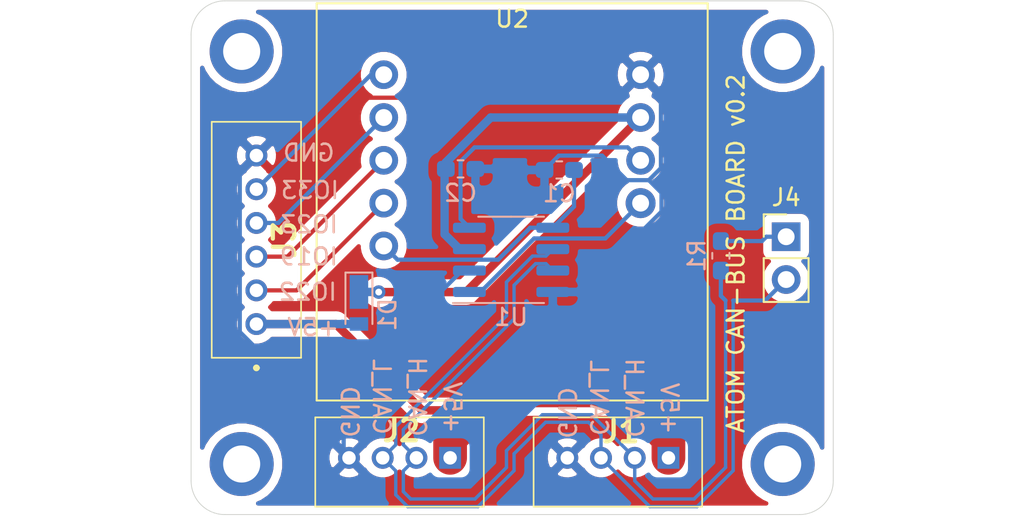
<source format=kicad_pcb>
(kicad_pcb (version 20171130) (host pcbnew "(5.1.2)-1")

  (general
    (thickness 1.6)
    (drawings 23)
    (tracks 129)
    (zones 0)
    (modules 14)
    (nets 14)
  )

  (page A4)
  (layers
    (0 F.Cu signal)
    (31 B.Cu signal hide)
    (32 B.Adhes user)
    (33 F.Adhes user)
    (34 B.Paste user)
    (35 F.Paste user)
    (36 B.SilkS user)
    (37 F.SilkS user)
    (38 B.Mask user)
    (39 F.Mask user)
    (40 Dwgs.User user)
    (41 Cmts.User user)
    (42 Eco1.User user)
    (43 Eco2.User user)
    (44 Edge.Cuts user)
    (45 Margin user)
    (46 B.CrtYd user)
    (47 F.CrtYd user)
    (48 B.Fab user)
    (49 F.Fab user)
  )

  (setup
    (last_trace_width 0.25)
    (trace_clearance 0.2)
    (zone_clearance 0.508)
    (zone_45_only no)
    (trace_min 0.2)
    (via_size 0.8)
    (via_drill 0.4)
    (via_min_size 0.4)
    (via_min_drill 0.3)
    (uvia_size 0.3)
    (uvia_drill 0.1)
    (uvias_allowed no)
    (uvia_min_size 0.2)
    (uvia_min_drill 0.1)
    (edge_width 0.05)
    (segment_width 0.2)
    (pcb_text_width 0.3)
    (pcb_text_size 1.5 1.5)
    (mod_edge_width 0.12)
    (mod_text_size 1 1)
    (mod_text_width 0.15)
    (pad_size 1.3 1.3)
    (pad_drill 0.8)
    (pad_to_mask_clearance 0.051)
    (solder_mask_min_width 0.25)
    (aux_axis_origin 0 0)
    (visible_elements 7FFFFFFF)
    (pcbplotparams
      (layerselection 0x010fc_ffffffff)
      (usegerberextensions false)
      (usegerberattributes false)
      (usegerberadvancedattributes false)
      (creategerberjobfile false)
      (excludeedgelayer true)
      (linewidth 0.100000)
      (plotframeref false)
      (viasonmask false)
      (mode 1)
      (useauxorigin false)
      (hpglpennumber 1)
      (hpglpenspeed 20)
      (hpglpendiameter 15.000000)
      (psnegative false)
      (psa4output false)
      (plotreference true)
      (plotvalue true)
      (plotinvisibletext false)
      (padsonsilk false)
      (subtractmaskfromsilk false)
      (outputformat 1)
      (mirror false)
      (drillshape 0)
      (scaleselection 1)
      (outputdirectory "Gerber_v0.2/"))
  )

  (net 0 "")
  (net 1 GND)
  (net 2 +3V3)
  (net 3 +5V)
  (net 4 "Net-(J3-Pad5)")
  (net 5 "Net-(J3-Pad4)")
  (net 6 "Net-(J3-Pad3)")
  (net 7 "Net-(J3-Pad2)")
  (net 8 /RX)
  (net 9 /TX)
  (net 10 /CAN_N)
  (net 11 /CAN_P)
  (net 12 "Net-(J4-Pad1)")
  (net 13 "Net-(C2-Pad1)")

  (net_class Default "これはデフォルトのネット クラスです。"
    (clearance 0.2)
    (trace_width 0.25)
    (via_dia 0.8)
    (via_drill 0.4)
    (uvia_dia 0.3)
    (uvia_drill 0.1)
    (add_net +3V3)
    (add_net /CAN_N)
    (add_net /CAN_P)
    (add_net /RX)
    (add_net /TX)
    (add_net GND)
    (add_net "Net-(J3-Pad2)")
    (add_net "Net-(J3-Pad3)")
    (add_net "Net-(J3-Pad4)")
    (add_net "Net-(J3-Pad5)")
    (add_net "Net-(J4-Pad1)")
  )

  (net_class +5V ""
    (clearance 0.2)
    (trace_width 0.5)
    (via_dia 0.8)
    (via_drill 0.4)
    (uvia_dia 0.3)
    (uvia_drill 0.1)
    (add_net +5V)
    (add_net "Net-(C2-Pad1)")
  )

  (module Diode_SMD:D_TUMD2 (layer B.Cu) (tedit 58641F9D) (tstamp 5FEBAE37)
    (at 141.021 127.142 270)
    (descr "ROHM - TUMD2")
    (tags TUMD2)
    (path /5FEBAB73)
    (attr smd)
    (fp_text reference D1 (at 0.6962 -1.7016 270) (layer B.SilkS)
      (effects (font (size 1 1) (thickness 0.15)) (justify mirror))
    )
    (fp_text value D_Schottky (at 0 -1.7 270) (layer B.Fab)
      (effects (font (size 1 1) (thickness 0.15)) (justify mirror))
    )
    (fp_line (start -1.8 0.8) (end 1.25 0.8) (layer B.SilkS) (width 0.12))
    (fp_line (start -1.8 -0.8) (end -1.8 0.8) (layer B.SilkS) (width 0.12))
    (fp_line (start 1.25 -0.8) (end -1.8 -0.8) (layer B.SilkS) (width 0.12))
    (fp_line (start -1.9 -0.9) (end -1.9 0.9) (layer B.CrtYd) (width 0.05))
    (fp_line (start 1.9 -0.9) (end -1.9 -0.9) (layer B.CrtYd) (width 0.05))
    (fp_line (start 1.9 0.9) (end 1.9 -0.9) (layer B.CrtYd) (width 0.05))
    (fp_line (start -1.9 0.9) (end 1.9 0.9) (layer B.CrtYd) (width 0.05))
    (fp_line (start -0.3 0.35) (end -0.3 -0.35) (layer B.Fab) (width 0.1))
    (fp_line (start -0.3 0) (end -0.5 0) (layer B.Fab) (width 0.1))
    (fp_line (start -0.3 0) (end 0.2 0.35) (layer B.Fab) (width 0.1))
    (fp_line (start 0.2 0.35) (end 0.2 -0.35) (layer B.Fab) (width 0.1))
    (fp_line (start 0.2 -0.35) (end -0.3 0) (layer B.Fab) (width 0.1))
    (fp_line (start 0.2 0) (end 0.45 0) (layer B.Fab) (width 0.1))
    (fp_line (start -0.95 0.65) (end 0.95 0.65) (layer B.Fab) (width 0.1))
    (fp_line (start -0.95 -0.65) (end -0.95 0.65) (layer B.Fab) (width 0.1))
    (fp_line (start 0.95 -0.65) (end -0.95 -0.65) (layer B.Fab) (width 0.1))
    (fp_line (start 0.95 0.65) (end 0.95 -0.65) (layer B.Fab) (width 0.1))
    (fp_text user %R (at 0 1.6 270) (layer B.Fab)
      (effects (font (size 1 1) (thickness 0.15)) (justify mirror))
    )
    (pad 1 smd rect (at -0.65 0 90) (size 2 1.1) (layers B.Cu B.Paste B.Mask)
      (net 13 "Net-(C2-Pad1)"))
    (pad 2 smd rect (at 1.25 0 90) (size 0.8 1.1) (layers B.Cu B.Paste B.Mask)
      (net 3 +5V))
    (model ${KISYS3DMOD}/Diode_SMD.3dshapes/D_TUMD2.wrl
      (at (xyz 0 0 0))
      (scale (xyz 1 1 1))
      (rotate (xyz 0 0 0))
    )
  )

  (module B04B-PASK_LF__SN:B04BPASKLFSN (layer F.Cu) (tedit 5FCB2263) (tstamp 5FC337A6)
    (at 159.385 136.334)
    (descr "B04B-PASK(LF)(SN)-2")
    (tags Connector)
    (path /5FC2871A)
    (fp_text reference J1 (at -2.83 -1.56) (layer F.SilkS)
      (effects (font (size 1.27 1.27) (thickness 0.254)))
    )
    (fp_text value Conn_01x04_Male (at -2.5 5.72) (layer F.SilkS) hide
      (effects (font (size 1.27 1.27) (thickness 0.254)))
    )
    (fp_line (start -9 3.9) (end -9 -3.4) (layer F.CrtYd) (width 0.1))
    (fp_line (start 3 3.9) (end -9 3.9) (layer F.CrtYd) (width 0.1))
    (fp_line (start 3 -3.4) (end 3 3.9) (layer F.CrtYd) (width 0.1))
    (fp_line (start -9 -3.4) (end 3 -3.4) (layer F.CrtYd) (width 0.1))
    (fp_line (start -8 2.9) (end -8 -2.4) (layer F.SilkS) (width 0.1))
    (fp_line (start 2 2.9) (end -8 2.9) (layer F.SilkS) (width 0.1))
    (fp_line (start 2 -2.4) (end 2 2.9) (layer F.SilkS) (width 0.1))
    (fp_line (start -8 -2.4) (end 2 -2.4) (layer F.SilkS) (width 0.1))
    (fp_line (start -8 2.9) (end -8 -2.4) (layer F.Fab) (width 0.2))
    (fp_line (start 2 2.9) (end -8 2.9) (layer F.Fab) (width 0.2))
    (fp_line (start 2 -2.4) (end 2 2.9) (layer F.Fab) (width 0.2))
    (fp_line (start -8 -2.4) (end 2 -2.4) (layer F.Fab) (width 0.2))
    (fp_text user %R (at -3 0.25) (layer F.Fab)
      (effects (font (size 1.27 1.27) (thickness 0.254)))
    )
    (pad 4 thru_hole circle (at -6 0) (size 1.3 1.3) (drill 0.8) (layers *.Cu *.Mask)
      (net 1 GND))
    (pad 3 thru_hole circle (at -4 0) (size 1.3 1.3) (drill 0.8) (layers *.Cu *.Mask)
      (net 10 /CAN_N))
    (pad 2 thru_hole circle (at -2 0) (size 1.3 1.3) (drill 0.8) (layers *.Cu *.Mask)
      (net 11 /CAN_P))
    (pad 1 thru_hole rect (at 0 0) (size 1.3 1.3) (drill 0.8) (layers *.Cu *.Mask)
      (net 3 +5V))
    (model F:/github/kicad_library/B04B-PASK_LF__SN_/3D/B04B-PASK.STEP
      (offset (xyz -3.098799999999999 -0.0254 3.8862))
      (scale (xyz 1 1 1))
      (rotate (xyz -90 0 0))
    )
  )

  (module Connector_PinHeader_2.54mm:PinHeader_1x02_P2.54mm_Vertical (layer F.Cu) (tedit 59FED5CC) (tstamp 5FCB97A7)
    (at 166.37 123.215)
    (descr "Through hole straight pin header, 1x02, 2.54mm pitch, single row")
    (tags "Through hole pin header THT 1x02 2.54mm single row")
    (path /5FCBC602)
    (fp_text reference J4 (at 0 -2.33) (layer F.SilkS)
      (effects (font (size 1 1) (thickness 0.15)))
    )
    (fp_text value Conn_01x02_Male (at 0 4.87) (layer F.Fab)
      (effects (font (size 1 1) (thickness 0.15)))
    )
    (fp_text user %R (at 0 1.27 90) (layer F.Fab)
      (effects (font (size 1 1) (thickness 0.15)))
    )
    (fp_line (start 1.8 -1.8) (end -1.8 -1.8) (layer F.CrtYd) (width 0.05))
    (fp_line (start 1.8 4.35) (end 1.8 -1.8) (layer F.CrtYd) (width 0.05))
    (fp_line (start -1.8 4.35) (end 1.8 4.35) (layer F.CrtYd) (width 0.05))
    (fp_line (start -1.8 -1.8) (end -1.8 4.35) (layer F.CrtYd) (width 0.05))
    (fp_line (start -1.33 -1.33) (end 0 -1.33) (layer F.SilkS) (width 0.12))
    (fp_line (start -1.33 0) (end -1.33 -1.33) (layer F.SilkS) (width 0.12))
    (fp_line (start -1.33 1.27) (end 1.33 1.27) (layer F.SilkS) (width 0.12))
    (fp_line (start 1.33 1.27) (end 1.33 3.87) (layer F.SilkS) (width 0.12))
    (fp_line (start -1.33 1.27) (end -1.33 3.87) (layer F.SilkS) (width 0.12))
    (fp_line (start -1.33 3.87) (end 1.33 3.87) (layer F.SilkS) (width 0.12))
    (fp_line (start -1.27 -0.635) (end -0.635 -1.27) (layer F.Fab) (width 0.1))
    (fp_line (start -1.27 3.81) (end -1.27 -0.635) (layer F.Fab) (width 0.1))
    (fp_line (start 1.27 3.81) (end -1.27 3.81) (layer F.Fab) (width 0.1))
    (fp_line (start 1.27 -1.27) (end 1.27 3.81) (layer F.Fab) (width 0.1))
    (fp_line (start -0.635 -1.27) (end 1.27 -1.27) (layer F.Fab) (width 0.1))
    (pad 2 thru_hole oval (at 0 2.54) (size 1.7 1.7) (drill 1) (layers *.Cu *.Mask)
      (net 10 /CAN_N))
    (pad 1 thru_hole rect (at 0 0) (size 1.7 1.7) (drill 1) (layers *.Cu *.Mask)
      (net 12 "Net-(J4-Pad1)"))
    (model ${KISYS3DMOD}/Connector_PinHeader_2.54mm.3dshapes/PinHeader_1x02_P2.54mm_Vertical.wrl
      (at (xyz 0 0 0))
      (scale (xyz 1 1 1))
      (rotate (xyz 0 0 0))
    )
  )

  (module Resistor_SMD:R_0603_1608Metric_Pad1.05x0.95mm_HandSolder (layer B.Cu) (tedit 5B301BBD) (tstamp 5FCB935C)
    (at 162.496 124.347 270)
    (descr "Resistor SMD 0603 (1608 Metric), square (rectangular) end terminal, IPC_7351 nominal with elongated pad for handsoldering. (Body size source: http://www.tortai-tech.com/upload/download/2011102023233369053.pdf), generated with kicad-footprint-generator")
    (tags "resistor handsolder")
    (path /5FCBD437)
    (attr smd)
    (fp_text reference R1 (at 0 1.43 90) (layer B.SilkS)
      (effects (font (size 1 1) (thickness 0.15)) (justify mirror))
    )
    (fp_text value 120 (at 0 -1.43 90) (layer B.Fab)
      (effects (font (size 1 1) (thickness 0.15)) (justify mirror))
    )
    (fp_text user %R (at 0 0 90) (layer B.Fab)
      (effects (font (size 0.4 0.4) (thickness 0.06)) (justify mirror))
    )
    (fp_line (start 1.65 -0.73) (end -1.65 -0.73) (layer B.CrtYd) (width 0.05))
    (fp_line (start 1.65 0.73) (end 1.65 -0.73) (layer B.CrtYd) (width 0.05))
    (fp_line (start -1.65 0.73) (end 1.65 0.73) (layer B.CrtYd) (width 0.05))
    (fp_line (start -1.65 -0.73) (end -1.65 0.73) (layer B.CrtYd) (width 0.05))
    (fp_line (start -0.171267 -0.51) (end 0.171267 -0.51) (layer B.SilkS) (width 0.12))
    (fp_line (start -0.171267 0.51) (end 0.171267 0.51) (layer B.SilkS) (width 0.12))
    (fp_line (start 0.8 -0.4) (end -0.8 -0.4) (layer B.Fab) (width 0.1))
    (fp_line (start 0.8 0.4) (end 0.8 -0.4) (layer B.Fab) (width 0.1))
    (fp_line (start -0.8 0.4) (end 0.8 0.4) (layer B.Fab) (width 0.1))
    (fp_line (start -0.8 -0.4) (end -0.8 0.4) (layer B.Fab) (width 0.1))
    (pad 2 smd roundrect (at 0.875 0 270) (size 1.05 0.95) (layers B.Cu B.Paste B.Mask) (roundrect_rratio 0.25)
      (net 11 /CAN_P))
    (pad 1 smd roundrect (at -0.875 0 270) (size 1.05 0.95) (layers B.Cu B.Paste B.Mask) (roundrect_rratio 0.25)
      (net 12 "Net-(J4-Pad1)"))
    (model ${KISYS3DMOD}/Resistor_SMD.3dshapes/R_0603_1608Metric.wrl
      (at (xyz 0 0 0))
      (scale (xyz 1 1 1))
      (rotate (xyz 0 0 0))
    )
  )

  (module M5ATOM:M5ATOM (layer F.Cu) (tedit 5FCB26BA) (tstamp 5FC358FE)
    (at 150.114 118.682 180)
    (path /5FC36636)
    (fp_text reference U2 (at 0 8.39) (layer F.SilkS)
      (effects (font (size 1 1) (thickness 0.15)))
    )
    (fp_text value ATOM_Lite (at 0 -0.5) (layer F.Fab)
      (effects (font (size 1 1) (thickness 0.15)))
    )
    (fp_line (start -11.6 -14.25) (end -11.6 9.317) (layer F.SilkS) (width 0.12))
    (fp_line (start 11.5994 9.317) (end -11.6 9.317) (layer F.SilkS) (width 0.12))
    (fp_line (start 11.5994 -14.25) (end 11.5994 9.317) (layer F.SilkS) (width 0.12))
    (fp_line (start -11.6 -14.25) (end 11.5994 -14.25) (layer F.SilkS) (width 0.12))
    (pad 9 thru_hole circle (at 7.62 -5.08 180) (size 1.7 1.7) (drill 1) (layers *.Cu *.Mask)
      (net 2 +3V3))
    (pad 8 thru_hole circle (at 7.62 -2.54 180) (size 1.7 1.7) (drill 1) (layers *.Cu *.Mask)
      (net 7 "Net-(J3-Pad2)"))
    (pad 7 thru_hole circle (at 7.62 0 180) (size 1.7 1.7) (drill 1) (layers *.Cu *.Mask)
      (net 6 "Net-(J3-Pad3)"))
    (pad 6 thru_hole circle (at 7.62 2.54 180) (size 1.7 1.7) (drill 1) (layers *.Cu *.Mask)
      (net 5 "Net-(J3-Pad4)"))
    (pad 5 thru_hole circle (at 7.62 5.08 180) (size 1.7 1.7) (drill 1) (layers *.Cu *.Mask)
      (net 4 "Net-(J3-Pad5)"))
    (pad 4 thru_hole circle (at -7.62 5.08 180) (size 1.7 1.7) (drill 1) (layers *.Cu *.Mask)
      (net 1 GND))
    (pad 3 thru_hole circle (at -7.62 2.54 270) (size 1.7 1.7) (drill 1) (layers *.Cu *.Mask)
      (net 13 "Net-(C2-Pad1)"))
    (pad 2 thru_hole circle (at -7.62 0 180) (size 1.7 1.7) (drill 1) (layers *.Cu *.Mask)
      (net 8 /RX))
    (pad 1 thru_hole circle (at -7.62 -2.54 180) (size 1.7762 1.7762) (drill 1) (layers *.Cu *.Mask)
      (net 9 /TX))
    (model "F:/github/kicad_library/M5ATOM_3D/Pin Header 1x4 TH Pitch 2.54mm v1.step"
      (offset (xyz -7.493 -5.0038 0))
      (scale (xyz 1 1 1))
      (rotate (xyz 0 0 -90))
    )
    (model "F:/github/kicad_library/M5ATOM_3D/Pin Header 1x5 TH Pitch 2.54mm v1.step"
      (offset (xyz 7.6708 -5.156200000000001 0))
      (scale (xyz 1 1 1))
      (rotate (xyz 0 0 -90))
    )
    (model "F:/github/kicad_library/M5ATOM_3D/M5 ATOM Lite v2.step"
      (offset (xyz 0 2.8448 2.8956))
      (scale (xyz 1 1 1))
      (rotate (xyz -90 0 0))
    )
  )

  (module Package_SO:SOIC-8_3.9x4.9mm_P1.27mm (layer B.Cu) (tedit 5C97300E) (tstamp 5FC38706)
    (at 150.05 124.587)
    (descr "SOIC, 8 Pin (JEDEC MS-012AA, https://www.analog.com/media/en/package-pcb-resources/package/pkg_pdf/soic_narrow-r/r_8.pdf), generated with kicad-footprint-generator ipc_gullwing_generator.py")
    (tags "SOIC SO")
    (path /5FC37082)
    (attr smd)
    (fp_text reference U1 (at 0 3.4) (layer B.SilkS)
      (effects (font (size 1 1) (thickness 0.15)) (justify mirror))
    )
    (fp_text value MCP2562-E-P (at 0 -3.4) (layer B.Fab)
      (effects (font (size 1 1) (thickness 0.15)) (justify mirror))
    )
    (fp_text user %R (at 0 0) (layer B.Fab)
      (effects (font (size 0.98 0.98) (thickness 0.15)) (justify mirror))
    )
    (fp_line (start 3.7 2.7) (end -3.7 2.7) (layer B.CrtYd) (width 0.05))
    (fp_line (start 3.7 -2.7) (end 3.7 2.7) (layer B.CrtYd) (width 0.05))
    (fp_line (start -3.7 -2.7) (end 3.7 -2.7) (layer B.CrtYd) (width 0.05))
    (fp_line (start -3.7 2.7) (end -3.7 -2.7) (layer B.CrtYd) (width 0.05))
    (fp_line (start -1.95 1.475) (end -0.975 2.45) (layer B.Fab) (width 0.1))
    (fp_line (start -1.95 -2.45) (end -1.95 1.475) (layer B.Fab) (width 0.1))
    (fp_line (start 1.95 -2.45) (end -1.95 -2.45) (layer B.Fab) (width 0.1))
    (fp_line (start 1.95 2.45) (end 1.95 -2.45) (layer B.Fab) (width 0.1))
    (fp_line (start -0.975 2.45) (end 1.95 2.45) (layer B.Fab) (width 0.1))
    (fp_line (start 0 2.56) (end -3.45 2.56) (layer B.SilkS) (width 0.12))
    (fp_line (start 0 2.56) (end 1.95 2.56) (layer B.SilkS) (width 0.12))
    (fp_line (start 0 -2.56) (end -1.95 -2.56) (layer B.SilkS) (width 0.12))
    (fp_line (start 0 -2.56) (end 1.95 -2.56) (layer B.SilkS) (width 0.12))
    (pad 8 smd roundrect (at 2.475 1.905) (size 1.95 0.6) (layers B.Cu B.Paste B.Mask) (roundrect_rratio 0.25)
      (net 1 GND))
    (pad 7 smd roundrect (at 2.475 0.635) (size 1.95 0.6) (layers B.Cu B.Paste B.Mask) (roundrect_rratio 0.25)
      (net 11 /CAN_P))
    (pad 6 smd roundrect (at 2.475 -0.635) (size 1.95 0.6) (layers B.Cu B.Paste B.Mask) (roundrect_rratio 0.25)
      (net 10 /CAN_N))
    (pad 5 smd roundrect (at 2.475 -1.905) (size 1.95 0.6) (layers B.Cu B.Paste B.Mask) (roundrect_rratio 0.25)
      (net 2 +3V3))
    (pad 4 smd roundrect (at -2.475 -1.905) (size 1.95 0.6) (layers B.Cu B.Paste B.Mask) (roundrect_rratio 0.25)
      (net 8 /RX))
    (pad 3 smd roundrect (at -2.475 -0.635) (size 1.95 0.6) (layers B.Cu B.Paste B.Mask) (roundrect_rratio 0.25)
      (net 13 "Net-(C2-Pad1)"))
    (pad 2 smd roundrect (at -2.475 0.635) (size 1.95 0.6) (layers B.Cu B.Paste B.Mask) (roundrect_rratio 0.25)
      (net 1 GND))
    (pad 1 smd roundrect (at -2.475 1.905) (size 1.95 0.6) (layers B.Cu B.Paste B.Mask) (roundrect_rratio 0.25)
      (net 9 /TX))
    (model ${KISYS3DMOD}/Package_SO.3dshapes/SOIC-8_3.9x4.9mm_P1.27mm.wrl
      (at (xyz 0 0 0))
      (scale (xyz 1 1 1))
      (rotate (xyz 0 0 0))
    )
  )

  (module Capacitor_SMD:C_0603_1608Metric_Pad1.05x0.95mm_HandSolder (layer B.Cu) (tedit 5B301BBE) (tstamp 5FC38628)
    (at 152.908 119.253 180)
    (descr "Capacitor SMD 0603 (1608 Metric), square (rectangular) end terminal, IPC_7351 nominal with elongated pad for handsoldering. (Body size source: http://www.tortai-tech.com/upload/download/2011102023233369053.pdf), generated with kicad-footprint-generator")
    (tags "capacitor handsolder")
    (path /5FC4A6AB)
    (attr smd)
    (fp_text reference C1 (at 0 -1.3975) (layer B.SilkS)
      (effects (font (size 1 1) (thickness 0.15)) (justify mirror))
    )
    (fp_text value 0.1u (at 0.0635 2.222) (layer B.Fab)
      (effects (font (size 1 1) (thickness 0.15)) (justify mirror))
    )
    (fp_text user %R (at 0 0) (layer B.Fab)
      (effects (font (size 0.4 0.4) (thickness 0.06)) (justify mirror))
    )
    (fp_line (start 1.65 -0.73) (end -1.65 -0.73) (layer B.CrtYd) (width 0.05))
    (fp_line (start 1.65 0.73) (end 1.65 -0.73) (layer B.CrtYd) (width 0.05))
    (fp_line (start -1.65 0.73) (end 1.65 0.73) (layer B.CrtYd) (width 0.05))
    (fp_line (start -1.65 -0.73) (end -1.65 0.73) (layer B.CrtYd) (width 0.05))
    (fp_line (start -0.171267 -0.51) (end 0.171267 -0.51) (layer B.SilkS) (width 0.12))
    (fp_line (start -0.171267 0.51) (end 0.171267 0.51) (layer B.SilkS) (width 0.12))
    (fp_line (start 0.8 -0.4) (end -0.8 -0.4) (layer B.Fab) (width 0.1))
    (fp_line (start 0.8 0.4) (end 0.8 -0.4) (layer B.Fab) (width 0.1))
    (fp_line (start -0.8 0.4) (end 0.8 0.4) (layer B.Fab) (width 0.1))
    (fp_line (start -0.8 -0.4) (end -0.8 0.4) (layer B.Fab) (width 0.1))
    (pad 2 smd roundrect (at 0.875 0 180) (size 1.05 0.95) (layers B.Cu B.Paste B.Mask) (roundrect_rratio 0.25)
      (net 1 GND))
    (pad 1 smd roundrect (at -0.875 0 180) (size 1.05 0.95) (layers B.Cu B.Paste B.Mask) (roundrect_rratio 0.25)
      (net 2 +3V3))
    (model ${KISYS3DMOD}/Capacitor_SMD.3dshapes/C_0603_1608Metric.wrl
      (at (xyz 0 0 0))
      (scale (xyz 1 1 1))
      (rotate (xyz 0 0 0))
    )
  )

  (module MountingHole:MountingHole_2.2mm_M2_DIN965_Pad (layer F.Cu) (tedit 56D1B4CB) (tstamp 5FC34554)
    (at 134.064 112.22)
    (descr "Mounting Hole 2.2mm, M2, DIN965")
    (tags "mounting hole 2.2mm m2 din965")
    (attr virtual)
    (fp_text reference REF1 (at 0 -2.9) (layer F.SilkS) hide
      (effects (font (size 1 1) (thickness 0.15)))
    )
    (fp_text value MountingHole_2.2mm_M2_DIN965_Pad (at 0 2.9) (layer F.Fab)
      (effects (font (size 1 1) (thickness 0.15)))
    )
    (fp_circle (center 0 0) (end 2.15 0) (layer F.CrtYd) (width 0.05))
    (fp_circle (center 0 0) (end 1.9 0) (layer Cmts.User) (width 0.15))
    (fp_text user %R (at 0.3 0) (layer F.Fab)
      (effects (font (size 1 1) (thickness 0.15)))
    )
    (pad 1 thru_hole circle (at 0 0) (size 3.8 3.8) (drill 2.2) (layers *.Cu *.Mask))
  )

  (module MountingHole:MountingHole_2.2mm_M2_DIN965_Pad (layer F.Cu) (tedit 56D1B4CB) (tstamp 5FC34554)
    (at 166.164 112.22)
    (descr "Mounting Hole 2.2mm, M2, DIN965")
    (tags "mounting hole 2.2mm m2 din965")
    (attr virtual)
    (fp_text reference REF** (at 0 -2.9) (layer F.SilkS) hide
      (effects (font (size 1 1) (thickness 0.15)))
    )
    (fp_text value MountingHole_2.2mm_M2_DIN965_Pad (at 0 2.9) (layer F.Fab)
      (effects (font (size 1 1) (thickness 0.15)))
    )
    (fp_circle (center 0 0) (end 2.15 0) (layer F.CrtYd) (width 0.05))
    (fp_circle (center 0 0) (end 1.9 0) (layer Cmts.User) (width 0.15))
    (fp_text user %R (at 0.3 0) (layer F.Fab)
      (effects (font (size 1 1) (thickness 0.15)))
    )
    (pad 1 thru_hole circle (at 0 0) (size 3.8 3.8) (drill 2.2) (layers *.Cu *.Mask))
  )

  (module MountingHole:MountingHole_2.2mm_M2_DIN965_Pad (layer F.Cu) (tedit 56D1B4CB) (tstamp 5FC34554)
    (at 166.164 136.7)
    (descr "Mounting Hole 2.2mm, M2, DIN965")
    (tags "mounting hole 2.2mm m2 din965")
    (attr virtual)
    (fp_text reference REF3 (at 0 -2.9) (layer F.SilkS) hide
      (effects (font (size 1 1) (thickness 0.15)))
    )
    (fp_text value MountingHole_2.2mm_M2_DIN965_Pad (at 0 2.9) (layer F.Fab)
      (effects (font (size 1 1) (thickness 0.15)))
    )
    (fp_circle (center 0 0) (end 2.15 0) (layer F.CrtYd) (width 0.05))
    (fp_circle (center 0 0) (end 1.9 0) (layer Cmts.User) (width 0.15))
    (fp_text user %R (at 0.3 0) (layer F.Fab)
      (effects (font (size 1 1) (thickness 0.15)))
    )
    (pad 1 thru_hole circle (at 0 0) (size 3.8 3.8) (drill 2.2) (layers *.Cu *.Mask))
  )

  (module MountingHole:MountingHole_2.2mm_M2_DIN965_Pad (layer F.Cu) (tedit 56D1B4CB) (tstamp 5FC3454B)
    (at 134.064 136.7)
    (descr "Mounting Hole 2.2mm, M2, DIN965")
    (tags "mounting hole 2.2mm m2 din965")
    (attr virtual)
    (fp_text reference REF2 (at 0 -2.9) (layer F.SilkS) hide
      (effects (font (size 1 1) (thickness 0.15)))
    )
    (fp_text value MountingHole_2.2mm_M2_DIN965_Pad (at 0 2.9) (layer F.Fab)
      (effects (font (size 1 1) (thickness 0.15)))
    )
    (fp_circle (center 0 0) (end 2.15 0) (layer F.CrtYd) (width 0.05))
    (fp_circle (center 0 0) (end 1.9 0) (layer Cmts.User) (width 0.15))
    (fp_text user %R (at 0.3 0) (layer F.Fab)
      (effects (font (size 1 1) (thickness 0.15)))
    )
    (pad 1 thru_hole circle (at 0 0) (size 3.8 3.8) (drill 2.2) (layers *.Cu *.Mask))
  )

  (module B06B-PASK_LF__SN:B06BPASKLFSN (layer F.Cu) (tedit 5FCB22CA) (tstamp 5FC337D6)
    (at 134.938 128.397 270)
    (descr "B06B-PASK(LF)(SN)-2")
    (tags Connector)
    (path /5FC57721)
    (fp_text reference J3 (at -5.01 -1.67 90) (layer F.SilkS)
      (effects (font (size 1.27 1.27) (thickness 0.254)))
    )
    (fp_text value Conn_01x06_Male (at -5.17 8.03 90) (layer F.SilkS) hide
      (effects (font (size 1.27 1.27) (thickness 0.254)))
    )
    (fp_arc (start 2.6 0) (end 2.6 0.1) (angle -180) (layer F.SilkS) (width 0.2))
    (fp_arc (start 2.6 0) (end 2.6 -0.1) (angle -180) (layer F.SilkS) (width 0.2))
    (fp_line (start 2.6 0.1) (end 2.6 0.1) (layer F.SilkS) (width 0.2))
    (fp_line (start 2.6 -0.1) (end 2.6 -0.1) (layer F.SilkS) (width 0.2))
    (fp_line (start -12.5 3.15) (end -12.5 -3.15) (layer F.CrtYd) (width 0.1))
    (fp_line (start 3.2 3.15) (end -12.5 3.15) (layer F.CrtYd) (width 0.1))
    (fp_line (start 3.2 -3.15) (end 3.2 3.15) (layer F.CrtYd) (width 0.1))
    (fp_line (start -12.5 -3.15) (end 3.2 -3.15) (layer F.CrtYd) (width 0.1))
    (fp_line (start -12 2.65) (end -12 -2.65) (layer F.SilkS) (width 0.1))
    (fp_line (start 2 2.65) (end -12 2.65) (layer F.SilkS) (width 0.1))
    (fp_line (start 2 -2.65) (end 2 2.65) (layer F.SilkS) (width 0.1))
    (fp_line (start -12 -2.65) (end 2 -2.65) (layer F.SilkS) (width 0.1))
    (fp_line (start -12 2.65) (end -12 -2.65) (layer F.Fab) (width 0.2))
    (fp_line (start 2 2.65) (end -12 2.65) (layer F.Fab) (width 0.2))
    (fp_line (start 2 -2.65) (end 2 2.65) (layer F.Fab) (width 0.2))
    (fp_line (start -12 -2.65) (end 2 -2.65) (layer F.Fab) (width 0.2))
    (fp_text user %R (at -4.65 0 90) (layer F.Fab)
      (effects (font (size 1.27 1.27) (thickness 0.254)))
    )
    (pad 6 thru_hole circle (at -10 0 270) (size 1.3 1.3) (drill 0.8) (layers *.Cu *.Mask)
      (net 1 GND))
    (pad 5 thru_hole circle (at -8 0 270) (size 1.3 1.3) (drill 0.8) (layers *.Cu *.Mask)
      (net 4 "Net-(J3-Pad5)"))
    (pad 4 thru_hole circle (at -6 0 270) (size 1.3 1.3) (drill 0.8) (layers *.Cu *.Mask)
      (net 5 "Net-(J3-Pad4)"))
    (pad 3 thru_hole circle (at -4 0 270) (size 1.3 1.3) (drill 0.8) (layers *.Cu *.Mask)
      (net 6 "Net-(J3-Pad3)"))
    (pad 2 thru_hole circle (at -2 0 270) (size 1.3 1.3) (drill 0.8) (layers *.Cu *.Mask)
      (net 7 "Net-(J3-Pad2)"))
    (pad 1 thru_hole circle (at 0 0 270) (size 1.3 1.3) (drill 0.8) (layers *.Cu *.Mask)
      (net 3 +5V))
    (model F:/github/kicad_library/B06B-PASK_LF__SN_/3D/B06B-PASK.STEP
      (offset (xyz -5.0038 0 3.937))
      (scale (xyz 1 1 1))
      (rotate (xyz -90 0 0))
    )
  )

  (module B04B-PASK_LF__SN:B04BPASKLFSN (layer F.Cu) (tedit 5FCB2263) (tstamp 5FC337BB)
    (at 146.431 136.334)
    (descr "B04B-PASK(LF)(SN)-2")
    (tags Connector)
    (path /5FC2FD6C)
    (fp_text reference J2 (at -2.89 -1.62) (layer F.SilkS)
      (effects (font (size 1.27 1.27) (thickness 0.254)))
    )
    (fp_text value Conn_01x04_Male (at -2.48 -7.17) (layer F.SilkS) hide
      (effects (font (size 1.27 1.27) (thickness 0.254)))
    )
    (fp_line (start -9 3.9) (end -9 -3.4) (layer F.CrtYd) (width 0.1))
    (fp_line (start 3 3.9) (end -9 3.9) (layer F.CrtYd) (width 0.1))
    (fp_line (start 3 -3.4) (end 3 3.9) (layer F.CrtYd) (width 0.1))
    (fp_line (start -9 -3.4) (end 3 -3.4) (layer F.CrtYd) (width 0.1))
    (fp_line (start -8 2.9) (end -8 -2.4) (layer F.SilkS) (width 0.1))
    (fp_line (start 2 2.9) (end -8 2.9) (layer F.SilkS) (width 0.1))
    (fp_line (start 2 -2.4) (end 2 2.9) (layer F.SilkS) (width 0.1))
    (fp_line (start -8 -2.4) (end 2 -2.4) (layer F.SilkS) (width 0.1))
    (fp_line (start -8 2.9) (end -8 -2.4) (layer F.Fab) (width 0.2))
    (fp_line (start 2 2.9) (end -8 2.9) (layer F.Fab) (width 0.2))
    (fp_line (start 2 -2.4) (end 2 2.9) (layer F.Fab) (width 0.2))
    (fp_line (start -8 -2.4) (end 2 -2.4) (layer F.Fab) (width 0.2))
    (fp_text user %R (at -3 0.25) (layer F.Fab)
      (effects (font (size 1.27 1.27) (thickness 0.254)))
    )
    (pad 4 thru_hole circle (at -6 0) (size 1.3 1.3) (drill 0.8) (layers *.Cu *.Mask)
      (net 1 GND))
    (pad 3 thru_hole circle (at -4 0) (size 1.3 1.3) (drill 0.8) (layers *.Cu *.Mask)
      (net 10 /CAN_N))
    (pad 2 thru_hole circle (at -2 0) (size 1.3 1.3) (drill 0.8) (layers *.Cu *.Mask)
      (net 11 /CAN_P))
    (pad 1 thru_hole rect (at 0 0) (size 1.3 1.3) (drill 0.8) (layers *.Cu *.Mask)
      (net 3 +5V))
    (model F:/github/kicad_library/B04B-PASK_LF__SN_/3D/B04B-PASK.STEP
      (offset (xyz -3.098799999999999 -0.0254 3.8862))
      (scale (xyz 1 1 1))
      (rotate (xyz -90 0 0))
    )
  )

  (module Capacitor_SMD:C_0603_1608Metric_Pad1.05x0.95mm_HandSolder (layer B.Cu) (tedit 5B301BBE) (tstamp 5FC33791)
    (at 147.052 119.19)
    (descr "Capacitor SMD 0603 (1608 Metric), square (rectangular) end terminal, IPC_7351 nominal with elongated pad for handsoldering. (Body size source: http://www.tortai-tech.com/upload/download/2011102023233369053.pdf), generated with kicad-footprint-generator")
    (tags "capacitor handsolder")
    (path /5FC437AB)
    (attr smd)
    (fp_text reference C2 (at 0 1.43) (layer B.SilkS)
      (effects (font (size 1 1) (thickness 0.15)) (justify mirror))
    )
    (fp_text value 0.1u (at -0.141 -2.0955) (layer B.Fab)
      (effects (font (size 1 1) (thickness 0.15)) (justify mirror))
    )
    (fp_text user %R (at 0 0) (layer B.Fab)
      (effects (font (size 0.4 0.4) (thickness 0.06)) (justify mirror))
    )
    (fp_line (start 1.65 -0.73) (end -1.65 -0.73) (layer B.CrtYd) (width 0.05))
    (fp_line (start 1.65 0.73) (end 1.65 -0.73) (layer B.CrtYd) (width 0.05))
    (fp_line (start -1.65 0.73) (end 1.65 0.73) (layer B.CrtYd) (width 0.05))
    (fp_line (start -1.65 -0.73) (end -1.65 0.73) (layer B.CrtYd) (width 0.05))
    (fp_line (start -0.171267 -0.51) (end 0.171267 -0.51) (layer B.SilkS) (width 0.12))
    (fp_line (start -0.171267 0.51) (end 0.171267 0.51) (layer B.SilkS) (width 0.12))
    (fp_line (start 0.8 -0.4) (end -0.8 -0.4) (layer B.Fab) (width 0.1))
    (fp_line (start 0.8 0.4) (end 0.8 -0.4) (layer B.Fab) (width 0.1))
    (fp_line (start -0.8 0.4) (end 0.8 0.4) (layer B.Fab) (width 0.1))
    (fp_line (start -0.8 -0.4) (end -0.8 0.4) (layer B.Fab) (width 0.1))
    (pad 2 smd roundrect (at 0.875 0) (size 1.05 0.95) (layers B.Cu B.Paste B.Mask) (roundrect_rratio 0.25)
      (net 1 GND))
    (pad 1 smd roundrect (at -0.875 0) (size 1.05 0.95) (layers B.Cu B.Paste B.Mask) (roundrect_rratio 0.25)
      (net 13 "Net-(C2-Pad1)"))
    (model ${KISYS3DMOD}/Capacitor_SMD.3dshapes/C_0603_1608Metric.wrl
      (at (xyz 0 0 0))
      (scale (xyz 1 1 1))
      (rotate (xyz 0 0 0))
    )
  )

  (gr_text "ATOM CAN-BUS BOARD v0.2\n" (at 163.3855 124.206 90) (layer F.SilkS)
    (effects (font (size 1 1) (thickness 0.15)))
  )
  (gr_text +5V (at 159.4485 133.4135 270) (layer B.SilkS) (tstamp 5FCBA9AA)
    (effects (font (size 1 1) (thickness 0.15)) (justify mirror))
  )
  (gr_text GND (at 153.3525 133.6675 270) (layer B.SilkS) (tstamp 5FCBA9A9)
    (effects (font (size 1 1) (thickness 0.15)) (justify mirror))
  )
  (gr_text CAN_L (at 155.2575 132.7785 270) (layer B.SilkS) (tstamp 5FCBA9A8)
    (effects (font (size 1 1) (thickness 0.15)) (justify mirror))
  )
  (gr_text CAN_H (at 157.353 132.7785 270) (layer B.SilkS) (tstamp 5FCBA9A7)
    (effects (font (size 1 1) (thickness 0.15)) (justify mirror))
  )
  (gr_text GND (at 140.462 133.604 270) (layer B.SilkS)
    (effects (font (size 1 1) (thickness 0.15)) (justify mirror))
  )
  (gr_text CAN_L (at 142.367 132.715 270) (layer B.SilkS)
    (effects (font (size 1 1) (thickness 0.15)) (justify mirror))
  )
  (gr_text CAN_H (at 144.4625 132.715 270) (layer B.SilkS)
    (effects (font (size 1 1) (thickness 0.15)) (justify mirror))
  )
  (gr_text +5V (at 146.558 133.35 270) (layer B.SilkS)
    (effects (font (size 1 1) (thickness 0.15)) (justify mirror))
  )
  (gr_text +5V (at 138.303 128.5875) (layer B.SilkS)
    (effects (font (size 1 1) (thickness 0.15)) (justify mirror))
  )
  (gr_text IO22 (at 137.9855 126.492) (layer B.SilkS)
    (effects (font (size 1 1) (thickness 0.15)) (justify mirror))
  )
  (gr_text IO19 (at 138.049 124.3965) (layer B.SilkS)
    (effects (font (size 1 1) (thickness 0.15)) (justify mirror))
  )
  (gr_text IO23 (at 138.049 122.4915) (layer B.SilkS)
    (effects (font (size 1 1) (thickness 0.15)) (justify mirror))
  )
  (gr_text IO33 (at 138.1125 120.4595) (layer B.SilkS)
    (effects (font (size 1 1) (thickness 0.15)) (justify mirror))
  )
  (gr_text GND (at 138.049 118.237) (layer B.SilkS)
    (effects (font (size 1 1) (thickness 0.15)) (justify mirror))
  )
  (gr_arc (start 133.064 137.7) (end 131.064001 137.699999) (angle -90) (layer Edge.Cuts) (width 0.05))
  (gr_line (start 169.164 137.699999) (end 169.164 111.220001) (layer Edge.Cuts) (width 0.05))
  (gr_arc (start 167.164 111.22) (end 169.163999 111.22) (angle -90) (layer Edge.Cuts) (width 0.05))
  (gr_line (start 167.163999 109.220001) (end 133.064 109.220001) (layer Edge.Cuts) (width 0.05))
  (gr_line (start 131.064 111.220001) (end 131.064 137.699999) (layer Edge.Cuts) (width 0.05))
  (gr_arc (start 167.163999 137.699999) (end 167.163999 139.699999) (angle -90) (layer Edge.Cuts) (width 0.05))
  (gr_line (start 133.064 139.699999) (end 167.163999 139.7) (layer Edge.Cuts) (width 0.05))
  (gr_arc (start 133.064 111.220001) (end 133.064 109.220001) (angle -90) (layer Edge.Cuts) (width 0.05))

  (segment (start 158.223 119.859) (end 156.904 119.859) (width 0.25) (layer B.Cu) (net 1))
  (segment (start 156.904 119.859) (end 155.447 118.402) (width 0.25) (layer B.Cu) (net 1))
  (segment (start 155.447 118.402) (end 152.884 118.402) (width 0.25) (layer B.Cu) (net 1))
  (segment (start 152.884 118.402) (end 152.033 119.253) (width 0.25) (layer B.Cu) (net 1))
  (segment (start 157.734 113.602) (end 158.939 114.807) (width 0.25) (layer B.Cu) (net 1))
  (segment (start 158.939 114.807) (end 158.939 119.144) (width 0.25) (layer B.Cu) (net 1))
  (segment (start 158.939 119.144) (end 158.223 119.859) (width 0.25) (layer B.Cu) (net 1))
  (segment (start 140.431 136.334) (end 142.781 138.684) (width 0.25) (layer F.Cu) (net 1))
  (segment (start 142.781 138.684) (end 151.035 138.684) (width 0.25) (layer F.Cu) (net 1))
  (segment (start 151.035 138.684) (end 153.385 136.334) (width 0.25) (layer F.Cu) (net 1))
  (segment (start 134.938 118.397) (end 138.368 114.967) (width 0.25) (layer F.Cu) (net 1))
  (segment (start 138.368 114.967) (end 156.369 114.967) (width 0.25) (layer F.Cu) (net 1))
  (segment (start 156.369 114.967) (end 157.734 113.602) (width 0.25) (layer F.Cu) (net 1))
  (segment (start 152.033 119.253) (end 147.99 119.253) (width 0.25) (layer B.Cu) (net 1))
  (segment (start 147.99 119.253) (end 147.927 119.19) (width 0.25) (layer B.Cu) (net 1))
  (segment (start 140.115 134.574) (end 145.466 129.223) (width 0.25) (layer B.Cu) (net 1))
  (segment (start 145.466 129.223) (end 145.466 126.893) (width 0.25) (layer B.Cu) (net 1))
  (segment (start 145.466 126.893) (end 147.137 125.222) (width 0.25) (layer B.Cu) (net 1))
  (segment (start 147.137 125.222) (end 147.575 125.222) (width 0.25) (layer B.Cu) (net 1))
  (segment (start 152.525 126.492) (end 154.208 126.492) (width 0.25) (layer B.Cu) (net 1))
  (segment (start 154.208 126.492) (end 158.975 121.724) (width 0.25) (layer B.Cu) (net 1))
  (segment (start 158.975 121.724) (end 158.975 120.611) (width 0.25) (layer B.Cu) (net 1))
  (segment (start 158.975 120.611) (end 158.223 119.859) (width 0.25) (layer B.Cu) (net 1))
  (segment (start 140.115 134.574) (end 139.664 134.574) (width 0.25) (layer B.Cu) (net 1))
  (segment (start 139.664 134.574) (end 133.951 128.862) (width 0.25) (layer B.Cu) (net 1))
  (segment (start 133.951 128.862) (end 133.951 119.384) (width 0.25) (layer B.Cu) (net 1))
  (segment (start 133.951 119.384) (end 134.938 118.397) (width 0.25) (layer B.Cu) (net 1))
  (segment (start 140.115 134.574) (end 140.115 136.018) (width 0.25) (layer B.Cu) (net 1))
  (segment (start 140.115 136.018) (end 140.431 136.334) (width 0.25) (layer B.Cu) (net 1))
  (segment (start 152.525 122.682) (end 151.178 122.682) (width 0.25) (layer B.Cu) (net 2))
  (segment (start 151.178 122.682) (end 149.282 124.578) (width 0.25) (layer B.Cu) (net 2))
  (segment (start 149.282 124.578) (end 143.31 124.578) (width 0.25) (layer B.Cu) (net 2))
  (segment (start 143.31 124.578) (end 142.494 123.762) (width 0.25) (layer B.Cu) (net 2))
  (segment (start 153.783 119.253) (end 153.783 121.424) (width 0.25) (layer B.Cu) (net 2))
  (segment (start 153.783 121.424) (end 152.525 122.682) (width 0.25) (layer B.Cu) (net 2))
  (segment (start 148.0981 133.5169) (end 144.7739 133.5169) (width 0.5) (layer F.Cu) (net 3))
  (segment (start 144.7739 133.5169) (end 139.654 128.397) (width 0.5) (layer F.Cu) (net 3))
  (segment (start 148.0981 133.5169) (end 149.281 132.334) (width 2) (layer F.Cu) (net 3))
  (segment (start 149.281 132.334) (end 156.535 132.334) (width 2) (layer F.Cu) (net 3))
  (segment (start 156.535 132.334) (end 159.385 135.184) (width 2) (layer F.Cu) (net 3))
  (segment (start 159.385 135.184) (end 159.385 136.334) (width 2) (layer F.Cu) (net 3))
  (segment (start 146.431 136.334) (end 146.431 135.184) (width 2) (layer F.Cu) (net 3))
  (segment (start 146.431 135.184) (end 148.0981 133.5169) (width 2) (layer F.Cu) (net 3))
  (segment (start 134.938 128.397) (end 140.016 128.397) (width 0.5) (layer B.Cu) (net 3))
  (segment (start 140.016 128.397) (end 140.021 128.392) (width 0.5) (layer B.Cu) (net 3))
  (segment (start 140.021 128.392) (end 141.021 128.392) (width 0.5) (layer B.Cu) (net 3))
  (segment (start 134.938 128.397) (end 139.654 128.397) (width 0.5) (layer F.Cu) (net 3))
  (segment (start 134.938 120.397) (end 141.733 113.602) (width 0.25) (layer B.Cu) (net 4))
  (segment (start 141.733 113.602) (end 142.494 113.602) (width 0.25) (layer B.Cu) (net 4))
  (segment (start 134.938 122.397) (end 136.239 122.397) (width 0.25) (layer B.Cu) (net 5))
  (segment (start 136.239 122.397) (end 142.494 116.142) (width 0.25) (layer B.Cu) (net 5))
  (segment (start 142.494 118.682) (end 136.779 124.397) (width 0.25) (layer F.Cu) (net 6))
  (segment (start 136.779 124.397) (end 134.938 124.397) (width 0.25) (layer F.Cu) (net 6))
  (segment (start 134.938 126.397) (end 137.319 126.397) (width 0.25) (layer F.Cu) (net 7))
  (segment (start 137.319 126.397) (end 142.494 121.222) (width 0.25) (layer F.Cu) (net 7))
  (segment (start 147.575 122.682) (end 147.052 122.159) (width 0.25) (layer B.Cu) (net 8))
  (segment (start 147.052 122.159) (end 147.052 118.742) (width 0.25) (layer B.Cu) (net 8))
  (segment (start 147.052 118.742) (end 147.88 117.914) (width 0.25) (layer B.Cu) (net 8))
  (segment (start 147.88 117.914) (end 156.966 117.914) (width 0.25) (layer B.Cu) (net 8))
  (segment (start 156.966 117.914) (end 157.734 118.682) (width 0.25) (layer B.Cu) (net 8))
  (segment (start 147.575 126.492) (end 148.241 126.492) (width 0.25) (layer B.Cu) (net 9))
  (segment (start 148.241 126.492) (end 151.416 123.317) (width 0.25) (layer B.Cu) (net 9))
  (segment (start 151.416 123.317) (end 155.639 123.317) (width 0.25) (layer B.Cu) (net 9))
  (segment (start 155.639 123.317) (end 157.734 121.222) (width 0.25) (layer B.Cu) (net 9))
  (segment (start 155.385 136.334) (end 158.276 139.225) (width 0.2) (layer B.Cu) (net 10))
  (segment (start 158.276 139.225) (end 161.093 139.225) (width 0.2) (layer B.Cu) (net 10))
  (segment (start 161.093 139.225) (end 163.225 137.093) (width 0.2) (layer B.Cu) (net 10))
  (segment (start 163.225 137.093) (end 163.225 127) (width 0.2) (layer B.Cu) (net 10))
  (segment (start 142.431 136.334) (end 143.206 137.109) (width 0.2) (layer B.Cu) (net 10))
  (segment (start 143.206 137.109) (end 143.206 138.524) (width 0.2) (layer B.Cu) (net 10))
  (segment (start 143.206 138.524) (end 143.907 139.225) (width 0.2) (layer B.Cu) (net 10))
  (segment (start 143.907 139.225) (end 148.093 139.225) (width 0.2) (layer B.Cu) (net 10))
  (segment (start 148.093 139.225) (end 150.225 137.093) (width 0.2) (layer B.Cu) (net 10))
  (segment (start 150.225 137.093) (end 150.225 136.093) (width 0.2) (layer B.Cu) (net 10))
  (segment (start 150.225 136.093) (end 152.093 134.225) (width 0.2) (layer B.Cu) (net 10))
  (segment (start 152.093 134.225) (end 154.64 134.225) (width 0.2) (layer B.Cu) (net 10))
  (segment (start 154.64 134.225) (end 155.385 134.97) (width 0.2) (layer B.Cu) (net 10))
  (segment (start 155.385 134.97) (end 155.385 136.334) (width 0.2) (layer B.Cu) (net 10))
  (segment (start 152.525 123.952) (end 152.115 124.362) (width 0.2) (layer B.Cu) (net 10))
  (segment (start 152.115 124.362) (end 151.32 124.362) (width 0.2) (layer B.Cu) (net 10))
  (segment (start 151.32 124.362) (end 149.775 125.907) (width 0.2) (layer B.Cu) (net 10))
  (segment (start 149.775 125.907) (end 149.775 127.907) (width 0.2) (layer B.Cu) (net 10))
  (segment (start 149.775 127.907) (end 143.206 134.476) (width 0.2) (layer B.Cu) (net 10))
  (segment (start 143.206 134.476) (end 143.206 135.559) (width 0.2) (layer B.Cu) (net 10))
  (segment (start 143.206 135.559) (end 142.431 136.334) (width 0.2) (layer B.Cu) (net 10))
  (segment (start 163.225 127) (end 165.125 127) (width 0.25) (layer B.Cu) (net 10))
  (segment (start 165.125 127) (end 166.37 125.755) (width 0.25) (layer B.Cu) (net 10))
  (segment (start 157.385 136.334) (end 157.385 137.698) (width 0.2) (layer B.Cu) (net 11))
  (segment (start 157.385 137.698) (end 158.462 138.775) (width 0.2) (layer B.Cu) (net 11))
  (segment (start 158.462 138.775) (end 160.907 138.775) (width 0.2) (layer B.Cu) (net 11))
  (segment (start 160.907 138.775) (end 162.775 136.907) (width 0.2) (layer B.Cu) (net 11))
  (segment (start 162.775 136.907) (end 162.775 127) (width 0.2) (layer B.Cu) (net 11))
  (segment (start 144.431 136.334) (end 143.656 137.109) (width 0.2) (layer B.Cu) (net 11))
  (segment (start 143.656 137.109) (end 143.656 138.338) (width 0.2) (layer B.Cu) (net 11))
  (segment (start 143.656 138.338) (end 144.093 138.775) (width 0.2) (layer B.Cu) (net 11))
  (segment (start 144.093 138.775) (end 147.907 138.775) (width 0.2) (layer B.Cu) (net 11))
  (segment (start 147.907 138.775) (end 149.775 136.907) (width 0.2) (layer B.Cu) (net 11))
  (segment (start 149.775 136.907) (end 149.775 135.907) (width 0.2) (layer B.Cu) (net 11))
  (segment (start 149.775 135.907) (end 151.907 133.775) (width 0.2) (layer B.Cu) (net 11))
  (segment (start 151.907 133.775) (end 154.826 133.775) (width 0.2) (layer B.Cu) (net 11))
  (segment (start 154.826 133.775) (end 157.385 136.334) (width 0.2) (layer B.Cu) (net 11))
  (segment (start 152.525 125.222) (end 152.115 124.812) (width 0.2) (layer B.Cu) (net 11))
  (segment (start 152.115 124.812) (end 151.506 124.812) (width 0.2) (layer B.Cu) (net 11))
  (segment (start 151.506 124.812) (end 150.225 126.093) (width 0.2) (layer B.Cu) (net 11))
  (segment (start 150.225 126.093) (end 150.225 128.093) (width 0.2) (layer B.Cu) (net 11))
  (segment (start 150.225 128.093) (end 143.656 134.662) (width 0.2) (layer B.Cu) (net 11))
  (segment (start 143.656 134.662) (end 143.656 135.559) (width 0.2) (layer B.Cu) (net 11))
  (segment (start 143.656 135.559) (end 144.431 136.334) (width 0.2) (layer B.Cu) (net 11))
  (segment (start 162.496 125.222) (end 162.496 126.722) (width 0.25) (layer B.Cu) (net 11))
  (segment (start 162.496 126.722) (end 162.775 127) (width 0.25) (layer B.Cu) (net 11))
  (segment (start 162.496 123.472) (end 164.938 123.472) (width 0.25) (layer B.Cu) (net 12))
  (segment (start 164.938 123.472) (end 165.195 123.215) (width 0.25) (layer B.Cu) (net 12))
  (segment (start 165.195 123.215) (end 166.37 123.215) (width 0.25) (layer B.Cu) (net 12))
  (segment (start 157.734 116.142) (end 147.377 126.499) (width 0.5) (layer F.Cu) (net 13))
  (segment (start 147.377 126.499) (end 142.194 126.499) (width 0.5) (layer F.Cu) (net 13))
  (segment (start 142.194 126.499) (end 142.028 126.499) (width 0.5) (layer B.Cu) (net 13))
  (segment (start 142.028 126.499) (end 142.021 126.492) (width 0.5) (layer B.Cu) (net 13))
  (segment (start 142.021 126.492) (end 141.021 126.492) (width 0.5) (layer B.Cu) (net 13))
  (segment (start 146.177 118.969) (end 146.177 118.803) (width 0.5) (layer B.Cu) (net 13))
  (segment (start 146.177 118.803) (end 148.838 116.142) (width 0.5) (layer B.Cu) (net 13))
  (segment (start 148.838 116.142) (end 157.734 116.142) (width 0.5) (layer B.Cu) (net 13))
  (segment (start 146.177 119.08) (end 146.177 118.969) (width 0.25) (layer B.Cu) (net 13))
  (segment (start 146.177 119.08) (end 146.104 119.152) (width 0.5) (layer B.Cu) (net 13))
  (segment (start 146.104 119.152) (end 146.104 123.067) (width 0.5) (layer B.Cu) (net 13))
  (segment (start 146.104 123.067) (end 146.989 123.952) (width 0.5) (layer B.Cu) (net 13))
  (segment (start 146.989 123.952) (end 147.198 123.952) (width 0.5) (layer B.Cu) (net 13))
  (segment (start 146.177 119.19) (end 146.177 119.08) (width 0.25) (layer B.Cu) (net 13))
  (segment (start 147.575 123.952) (end 147.198 123.952) (width 0.25) (layer B.Cu) (net 13))
  (via (at 142.194 126.499) (size 0.8) (layers F.Cu B.Cu) (net 13))

  (zone (net 1) (net_name GND) (layer F.Cu) (tstamp 5FEC1407) (hatch edge 0.508)
    (connect_pads (clearance 0.508))
    (min_thickness 0.254)
    (fill yes (arc_segments 32) (thermal_gap 0.508) (thermal_bridge_width 0.508))
    (polygon
      (pts
        (xy 130.937 109.1692) (xy 169.1386 109.1946) (xy 169.1386 139.7254) (xy 131.0386 139.6492)
      )
    )
    (filled_polygon
      (pts
        (xy 164.963227 109.973512) (xy 164.548032 110.250937) (xy 164.194937 110.604032) (xy 163.917512 111.019227) (xy 163.726418 111.480568)
        (xy 163.629 111.970324) (xy 163.629 112.469676) (xy 163.726418 112.959432) (xy 163.917512 113.420773) (xy 164.194937 113.835968)
        (xy 164.548032 114.189063) (xy 164.963227 114.466488) (xy 165.424568 114.657582) (xy 165.914324 114.755) (xy 166.413676 114.755)
        (xy 166.903432 114.657582) (xy 167.364773 114.466488) (xy 167.779968 114.189063) (xy 168.133063 113.835968) (xy 168.410488 113.420773)
        (xy 168.504001 113.195013) (xy 168.504 135.724985) (xy 168.410488 135.499227) (xy 168.133063 135.084032) (xy 167.779968 134.730937)
        (xy 167.364773 134.453512) (xy 166.903432 134.262418) (xy 166.413676 134.165) (xy 165.914324 134.165) (xy 165.424568 134.262418)
        (xy 164.963227 134.453512) (xy 164.548032 134.730937) (xy 164.194937 135.084032) (xy 163.917512 135.499227) (xy 163.726418 135.960568)
        (xy 163.629 136.450324) (xy 163.629 136.949676) (xy 163.726418 137.439432) (xy 163.917512 137.900773) (xy 164.194937 138.315968)
        (xy 164.548032 138.669063) (xy 164.963227 138.946488) (xy 165.188987 139.040001) (xy 135.039018 139.039999) (xy 135.264773 138.946488)
        (xy 135.679968 138.669063) (xy 136.033063 138.315968) (xy 136.310488 137.900773) (xy 136.501582 137.439432) (xy 136.545323 137.219527)
        (xy 139.725078 137.219527) (xy 139.778466 137.448201) (xy 140.008374 137.554095) (xy 140.254524 137.613102) (xy 140.507455 137.622952)
        (xy 140.757449 137.58327) (xy 140.994896 137.495578) (xy 141.083534 137.448201) (xy 141.136922 137.219527) (xy 140.431 136.513605)
        (xy 139.725078 137.219527) (xy 136.545323 137.219527) (xy 136.599 136.949676) (xy 136.599 136.450324) (xy 136.59107 136.410455)
        (xy 139.142048 136.410455) (xy 139.18173 136.660449) (xy 139.269422 136.897896) (xy 139.316799 136.986534) (xy 139.545473 137.039922)
        (xy 140.251395 136.334) (xy 139.545473 135.628078) (xy 139.316799 135.681466) (xy 139.210905 135.911374) (xy 139.151898 136.157524)
        (xy 139.142048 136.410455) (xy 136.59107 136.410455) (xy 136.501582 135.960568) (xy 136.310488 135.499227) (xy 136.276576 135.448473)
        (xy 139.725078 135.448473) (xy 140.431 136.154395) (xy 141.136922 135.448473) (xy 141.083534 135.219799) (xy 140.853626 135.113905)
        (xy 140.607476 135.054898) (xy 140.354545 135.045048) (xy 140.104551 135.08473) (xy 139.867104 135.172422) (xy 139.778466 135.219799)
        (xy 139.725078 135.448473) (xy 136.276576 135.448473) (xy 136.033063 135.084032) (xy 135.679968 134.730937) (xy 135.264773 134.453512)
        (xy 134.803432 134.262418) (xy 134.313676 134.165) (xy 133.814324 134.165) (xy 133.324568 134.262418) (xy 132.863227 134.453512)
        (xy 132.448032 134.730937) (xy 132.094937 135.084032) (xy 131.817512 135.499227) (xy 131.724 135.724985) (xy 131.724 120.270439)
        (xy 133.653 120.270439) (xy 133.653 120.523561) (xy 133.702381 120.771821) (xy 133.799247 121.005676) (xy 133.939875 121.21614)
        (xy 134.11886 121.395125) (xy 134.121666 121.397) (xy 134.11886 121.398875) (xy 133.939875 121.57786) (xy 133.799247 121.788324)
        (xy 133.702381 122.022179) (xy 133.653 122.270439) (xy 133.653 122.523561) (xy 133.702381 122.771821) (xy 133.799247 123.005676)
        (xy 133.939875 123.21614) (xy 134.11886 123.395125) (xy 134.121666 123.397) (xy 134.11886 123.398875) (xy 133.939875 123.57786)
        (xy 133.799247 123.788324) (xy 133.702381 124.022179) (xy 133.653 124.270439) (xy 133.653 124.523561) (xy 133.702381 124.771821)
        (xy 133.799247 125.005676) (xy 133.939875 125.21614) (xy 134.11886 125.395125) (xy 134.121666 125.397) (xy 134.11886 125.398875)
        (xy 133.939875 125.57786) (xy 133.799247 125.788324) (xy 133.702381 126.022179) (xy 133.653 126.270439) (xy 133.653 126.523561)
        (xy 133.702381 126.771821) (xy 133.799247 127.005676) (xy 133.939875 127.21614) (xy 134.11886 127.395125) (xy 134.121666 127.397)
        (xy 134.11886 127.398875) (xy 133.939875 127.57786) (xy 133.799247 127.788324) (xy 133.702381 128.022179) (xy 133.653 128.270439)
        (xy 133.653 128.523561) (xy 133.702381 128.771821) (xy 133.799247 129.005676) (xy 133.939875 129.21614) (xy 134.11886 129.395125)
        (xy 134.329324 129.535753) (xy 134.563179 129.632619) (xy 134.811439 129.682) (xy 135.064561 129.682) (xy 135.312821 129.632619)
        (xy 135.546676 129.535753) (xy 135.75714 129.395125) (xy 135.870265 129.282) (xy 139.287422 129.282) (xy 144.11737 134.111949)
        (xy 144.145083 134.145717) (xy 144.178851 134.17343) (xy 144.178853 134.173432) (xy 144.250352 134.23211) (xy 144.279841 134.256311)
        (xy 144.433587 134.338489) (xy 144.60041 134.389095) (xy 144.730423 134.4019) (xy 144.730433 134.4019) (xy 144.773899 134.406181)
        (xy 144.817366 134.4019) (xy 144.995135 134.4019) (xy 144.913148 134.555285) (xy 144.819657 134.863484) (xy 144.796904 135.094498)
        (xy 144.796701 135.096567) (xy 144.557561 135.049) (xy 144.304439 135.049) (xy 144.056179 135.098381) (xy 143.822324 135.195247)
        (xy 143.61186 135.335875) (xy 143.432875 135.51486) (xy 143.431 135.517666) (xy 143.429125 135.51486) (xy 143.25014 135.335875)
        (xy 143.039676 135.195247) (xy 142.805821 135.098381) (xy 142.557561 135.049) (xy 142.304439 135.049) (xy 142.056179 135.098381)
        (xy 141.822324 135.195247) (xy 141.61186 135.335875) (xy 141.432875 135.51486) (xy 141.351733 135.636297) (xy 141.316527 135.628078)
        (xy 140.610605 136.334) (xy 141.316527 137.039922) (xy 141.351733 137.031703) (xy 141.432875 137.15314) (xy 141.61186 137.332125)
        (xy 141.822324 137.472753) (xy 142.056179 137.569619) (xy 142.304439 137.619) (xy 142.557561 137.619) (xy 142.805821 137.569619)
        (xy 143.039676 137.472753) (xy 143.25014 137.332125) (xy 143.429125 137.15314) (xy 143.431 137.150334) (xy 143.432875 137.15314)
        (xy 143.61186 137.332125) (xy 143.822324 137.472753) (xy 144.056179 137.569619) (xy 144.304439 137.619) (xy 144.557561 137.619)
        (xy 144.805821 137.569619) (xy 145.039676 137.472753) (xy 145.175799 137.381798) (xy 145.269286 137.495714) (xy 145.518248 137.700031)
        (xy 145.802285 137.851852) (xy 146.110484 137.945343) (xy 146.431 137.976911) (xy 146.751515 137.945343) (xy 147.059714 137.851852)
        (xy 147.343751 137.700031) (xy 147.592714 137.495714) (xy 147.797031 137.246752) (xy 147.811583 137.219527) (xy 152.679078 137.219527)
        (xy 152.732466 137.448201) (xy 152.962374 137.554095) (xy 153.208524 137.613102) (xy 153.461455 137.622952) (xy 153.711449 137.58327)
        (xy 153.948896 137.495578) (xy 154.037534 137.448201) (xy 154.090922 137.219527) (xy 153.385 136.513605) (xy 152.679078 137.219527)
        (xy 147.811583 137.219527) (xy 147.948852 136.962715) (xy 148.042343 136.654516) (xy 148.066 136.414322) (xy 148.066 136.410455)
        (xy 152.096048 136.410455) (xy 152.13573 136.660449) (xy 152.223422 136.897896) (xy 152.270799 136.986534) (xy 152.499473 137.039922)
        (xy 153.205395 136.334) (xy 152.499473 135.628078) (xy 152.270799 135.681466) (xy 152.164905 135.911374) (xy 152.105898 136.157524)
        (xy 152.096048 136.410455) (xy 148.066 136.410455) (xy 148.066 135.861238) (xy 148.478765 135.448473) (xy 152.679078 135.448473)
        (xy 153.385 136.154395) (xy 154.090922 135.448473) (xy 154.037534 135.219799) (xy 153.807626 135.113905) (xy 153.561476 135.054898)
        (xy 153.308545 135.045048) (xy 153.058551 135.08473) (xy 152.821104 135.172422) (xy 152.732466 135.219799) (xy 152.679078 135.448473)
        (xy 148.478765 135.448473) (xy 149.311015 134.616224) (xy 149.311019 134.616219) (xy 149.958239 133.969) (xy 155.857762 133.969)
        (xy 156.993889 135.105128) (xy 156.776324 135.195247) (xy 156.56586 135.335875) (xy 156.386875 135.51486) (xy 156.385 135.517666)
        (xy 156.383125 135.51486) (xy 156.20414 135.335875) (xy 155.993676 135.195247) (xy 155.759821 135.098381) (xy 155.511561 135.049)
        (xy 155.258439 135.049) (xy 155.010179 135.098381) (xy 154.776324 135.195247) (xy 154.56586 135.335875) (xy 154.386875 135.51486)
        (xy 154.305733 135.636297) (xy 154.270527 135.628078) (xy 153.564605 136.334) (xy 154.270527 137.039922) (xy 154.305733 137.031703)
        (xy 154.386875 137.15314) (xy 154.56586 137.332125) (xy 154.776324 137.472753) (xy 155.010179 137.569619) (xy 155.258439 137.619)
        (xy 155.511561 137.619) (xy 155.759821 137.569619) (xy 155.993676 137.472753) (xy 156.20414 137.332125) (xy 156.383125 137.15314)
        (xy 156.385 137.150334) (xy 156.386875 137.15314) (xy 156.56586 137.332125) (xy 156.776324 137.472753) (xy 157.010179 137.569619)
        (xy 157.258439 137.619) (xy 157.511561 137.619) (xy 157.759821 137.569619) (xy 157.993676 137.472753) (xy 158.129799 137.381798)
        (xy 158.223287 137.495714) (xy 158.472249 137.700031) (xy 158.756286 137.851852) (xy 159.064485 137.945343) (xy 159.385 137.976911)
        (xy 159.705516 137.945343) (xy 160.013715 137.851852) (xy 160.297752 137.700031) (xy 160.546714 137.495714) (xy 160.751031 137.246752)
        (xy 160.902852 136.962715) (xy 160.996343 136.654516) (xy 161.02 136.414322) (xy 161.02 135.264322) (xy 161.027911 135.184)
        (xy 160.996343 134.863483) (xy 160.902852 134.555285) (xy 160.820866 134.4019) (xy 160.751031 134.271248) (xy 160.546714 134.022286)
        (xy 160.484325 133.971085) (xy 157.747924 131.234686) (xy 157.696714 131.172286) (xy 157.447752 130.967969) (xy 157.163715 130.816148)
        (xy 156.855516 130.722657) (xy 156.615322 130.699) (xy 156.615319 130.699) (xy 156.535 130.691089) (xy 156.454681 130.699)
        (xy 149.361319 130.699) (xy 149.280999 130.691089) (xy 149.20068 130.699) (xy 149.200678 130.699) (xy 148.960484 130.722657)
        (xy 148.652285 130.816148) (xy 148.368248 130.967969) (xy 148.119286 131.172286) (xy 148.068079 131.234682) (xy 146.998781 132.303981)
        (xy 146.998776 132.303985) (xy 146.670861 132.6319) (xy 145.140479 132.6319) (xy 140.310534 127.801956) (xy 140.282817 127.768183)
        (xy 140.148059 127.657589) (xy 139.994313 127.575411) (xy 139.82749 127.524805) (xy 139.697477 127.512) (xy 139.697469 127.512)
        (xy 139.654 127.507719) (xy 139.610531 127.512) (xy 135.870265 127.512) (xy 135.75714 127.398875) (xy 135.754334 127.397)
        (xy 135.75714 127.395125) (xy 135.936125 127.21614) (xy 135.975641 127.157) (xy 137.281678 127.157) (xy 137.319 127.160676)
        (xy 137.356322 127.157) (xy 137.356333 127.157) (xy 137.467986 127.146003) (xy 137.611247 127.102546) (xy 137.743276 127.031974)
        (xy 137.859001 126.937001) (xy 137.882804 126.907997) (xy 138.39374 126.397061) (xy 141.159 126.397061) (xy 141.159 126.600939)
        (xy 141.198774 126.800898) (xy 141.276795 126.989256) (xy 141.390063 127.158774) (xy 141.534226 127.302937) (xy 141.703744 127.416205)
        (xy 141.892102 127.494226) (xy 142.092061 127.534) (xy 142.295939 127.534) (xy 142.495898 127.494226) (xy 142.684256 127.416205)
        (xy 142.732454 127.384) (xy 147.333531 127.384) (xy 147.377 127.388281) (xy 147.420469 127.384) (xy 147.420477 127.384)
        (xy 147.55049 127.371195) (xy 147.717313 127.320589) (xy 147.871059 127.238411) (xy 148.005817 127.127817) (xy 148.033534 127.094044)
        (xy 149.372578 125.755) (xy 164.877815 125.755) (xy 164.906487 126.046111) (xy 164.991401 126.326034) (xy 165.129294 126.584014)
        (xy 165.314866 126.810134) (xy 165.540986 126.995706) (xy 165.798966 127.133599) (xy 166.078889 127.218513) (xy 166.29705 127.24)
        (xy 166.44295 127.24) (xy 166.661111 127.218513) (xy 166.941034 127.133599) (xy 167.199014 126.995706) (xy 167.425134 126.810134)
        (xy 167.610706 126.584014) (xy 167.748599 126.326034) (xy 167.833513 126.046111) (xy 167.862185 125.755) (xy 167.833513 125.463889)
        (xy 167.748599 125.183966) (xy 167.610706 124.925986) (xy 167.425134 124.699866) (xy 167.395313 124.675393) (xy 167.46418 124.654502)
        (xy 167.574494 124.595537) (xy 167.671185 124.516185) (xy 167.750537 124.419494) (xy 167.809502 124.30918) (xy 167.845812 124.189482)
        (xy 167.858072 124.065) (xy 167.858072 122.365) (xy 167.845812 122.240518) (xy 167.809502 122.12082) (xy 167.750537 122.010506)
        (xy 167.671185 121.913815) (xy 167.574494 121.834463) (xy 167.46418 121.775498) (xy 167.344482 121.739188) (xy 167.22 121.726928)
        (xy 165.52 121.726928) (xy 165.395518 121.739188) (xy 165.27582 121.775498) (xy 165.165506 121.834463) (xy 165.068815 121.913815)
        (xy 164.989463 122.010506) (xy 164.930498 122.12082) (xy 164.894188 122.240518) (xy 164.881928 122.365) (xy 164.881928 124.065)
        (xy 164.894188 124.189482) (xy 164.930498 124.30918) (xy 164.989463 124.419494) (xy 165.068815 124.516185) (xy 165.165506 124.595537)
        (xy 165.27582 124.654502) (xy 165.344687 124.675393) (xy 165.314866 124.699866) (xy 165.129294 124.925986) (xy 164.991401 125.183966)
        (xy 164.906487 125.463889) (xy 164.877815 125.755) (xy 149.372578 125.755) (xy 156.257348 118.87023) (xy 156.306068 119.115158)
        (xy 156.41801 119.385411) (xy 156.580525 119.628632) (xy 156.787368 119.835475) (xy 156.927471 119.929088) (xy 156.76308 120.038931)
        (xy 156.550931 120.25108) (xy 156.384246 120.500541) (xy 156.269432 120.777728) (xy 156.2109 121.071988) (xy 156.2109 121.372012)
        (xy 156.269432 121.666272) (xy 156.384246 121.943459) (xy 156.550931 122.19292) (xy 156.76308 122.405069) (xy 157.012541 122.571754)
        (xy 157.289728 122.686568) (xy 157.583988 122.7451) (xy 157.884012 122.7451) (xy 158.178272 122.686568) (xy 158.455459 122.571754)
        (xy 158.70492 122.405069) (xy 158.917069 122.19292) (xy 159.083754 121.943459) (xy 159.198568 121.666272) (xy 159.2571 121.372012)
        (xy 159.2571 121.071988) (xy 159.198568 120.777728) (xy 159.083754 120.500541) (xy 158.917069 120.25108) (xy 158.70492 120.038931)
        (xy 158.540529 119.929088) (xy 158.680632 119.835475) (xy 158.887475 119.628632) (xy 159.04999 119.385411) (xy 159.161932 119.115158)
        (xy 159.219 118.82826) (xy 159.219 118.53574) (xy 159.161932 118.248842) (xy 159.04999 117.978589) (xy 158.887475 117.735368)
        (xy 158.680632 117.528525) (xy 158.50624 117.412) (xy 158.680632 117.295475) (xy 158.887475 117.088632) (xy 159.04999 116.845411)
        (xy 159.161932 116.575158) (xy 159.219 116.28826) (xy 159.219 115.99574) (xy 159.161932 115.708842) (xy 159.04999 115.438589)
        (xy 158.887475 115.195368) (xy 158.680632 114.988525) (xy 158.507271 114.872689) (xy 158.582792 114.630397) (xy 157.734 113.781605)
        (xy 156.885208 114.630397) (xy 156.960729 114.872689) (xy 156.787368 114.988525) (xy 156.580525 115.195368) (xy 156.41801 115.438589)
        (xy 156.306068 115.708842) (xy 156.249 115.99574) (xy 156.249 116.28826) (xy 156.263461 116.36096) (xy 147.010422 125.614)
        (xy 142.732454 125.614) (xy 142.684256 125.581795) (xy 142.495898 125.503774) (xy 142.295939 125.464) (xy 142.092061 125.464)
        (xy 141.892102 125.503774) (xy 141.703744 125.581795) (xy 141.534226 125.695063) (xy 141.390063 125.839226) (xy 141.276795 126.008744)
        (xy 141.198774 126.197102) (xy 141.159 126.397061) (xy 138.39374 126.397061) (xy 141.009 123.781802) (xy 141.009 123.90826)
        (xy 141.066068 124.195158) (xy 141.17801 124.465411) (xy 141.340525 124.708632) (xy 141.547368 124.915475) (xy 141.790589 125.07799)
        (xy 142.060842 125.189932) (xy 142.34774 125.247) (xy 142.64026 125.247) (xy 142.927158 125.189932) (xy 143.197411 125.07799)
        (xy 143.440632 124.915475) (xy 143.647475 124.708632) (xy 143.80999 124.465411) (xy 143.921932 124.195158) (xy 143.979 123.90826)
        (xy 143.979 123.61574) (xy 143.921932 123.328842) (xy 143.80999 123.058589) (xy 143.647475 122.815368) (xy 143.440632 122.608525)
        (xy 143.26624 122.492) (xy 143.440632 122.375475) (xy 143.647475 122.168632) (xy 143.80999 121.925411) (xy 143.921932 121.655158)
        (xy 143.979 121.36826) (xy 143.979 121.07574) (xy 143.921932 120.788842) (xy 143.80999 120.518589) (xy 143.647475 120.275368)
        (xy 143.440632 120.068525) (xy 143.26624 119.952) (xy 143.440632 119.835475) (xy 143.647475 119.628632) (xy 143.80999 119.385411)
        (xy 143.921932 119.115158) (xy 143.979 118.82826) (xy 143.979 118.53574) (xy 143.921932 118.248842) (xy 143.80999 117.978589)
        (xy 143.647475 117.735368) (xy 143.440632 117.528525) (xy 143.26624 117.412) (xy 143.440632 117.295475) (xy 143.647475 117.088632)
        (xy 143.80999 116.845411) (xy 143.921932 116.575158) (xy 143.979 116.28826) (xy 143.979 115.99574) (xy 143.921932 115.708842)
        (xy 143.80999 115.438589) (xy 143.647475 115.195368) (xy 143.440632 114.988525) (xy 143.26624 114.872) (xy 143.440632 114.755475)
        (xy 143.647475 114.548632) (xy 143.80999 114.305411) (xy 143.921932 114.035158) (xy 143.979 113.74826) (xy 143.979 113.670531)
        (xy 156.243389 113.670531) (xy 156.285401 113.960019) (xy 156.383081 114.235747) (xy 156.456528 114.373157) (xy 156.705603 114.450792)
        (xy 157.554395 113.602) (xy 157.913605 113.602) (xy 158.762397 114.450792) (xy 159.011472 114.373157) (xy 159.137371 114.109117)
        (xy 159.209339 113.825589) (xy 159.224611 113.533469) (xy 159.182599 113.243981) (xy 159.084919 112.968253) (xy 159.011472 112.830843)
        (xy 158.762397 112.753208) (xy 157.913605 113.602) (xy 157.554395 113.602) (xy 156.705603 112.753208) (xy 156.456528 112.830843)
        (xy 156.330629 113.094883) (xy 156.258661 113.378411) (xy 156.243389 113.670531) (xy 143.979 113.670531) (xy 143.979 113.45574)
        (xy 143.921932 113.168842) (xy 143.80999 112.898589) (xy 143.647475 112.655368) (xy 143.56571 112.573603) (xy 156.885208 112.573603)
        (xy 157.734 113.422395) (xy 158.582792 112.573603) (xy 158.505157 112.324528) (xy 158.241117 112.198629) (xy 157.957589 112.126661)
        (xy 157.665469 112.111389) (xy 157.375981 112.153401) (xy 157.100253 112.251081) (xy 156.962843 112.324528) (xy 156.885208 112.573603)
        (xy 143.56571 112.573603) (xy 143.440632 112.448525) (xy 143.197411 112.28601) (xy 142.927158 112.174068) (xy 142.64026 112.117)
        (xy 142.34774 112.117) (xy 142.060842 112.174068) (xy 141.790589 112.28601) (xy 141.547368 112.448525) (xy 141.340525 112.655368)
        (xy 141.17801 112.898589) (xy 141.066068 113.168842) (xy 141.009 113.45574) (xy 141.009 113.74826) (xy 141.066068 114.035158)
        (xy 141.17801 114.305411) (xy 141.340525 114.548632) (xy 141.547368 114.755475) (xy 141.72176 114.872) (xy 141.547368 114.988525)
        (xy 141.340525 115.195368) (xy 141.17801 115.438589) (xy 141.066068 115.708842) (xy 141.009 115.99574) (xy 141.009 116.28826)
        (xy 141.066068 116.575158) (xy 141.17801 116.845411) (xy 141.340525 117.088632) (xy 141.547368 117.295475) (xy 141.72176 117.412)
        (xy 141.547368 117.528525) (xy 141.340525 117.735368) (xy 141.17801 117.978589) (xy 141.066068 118.248842) (xy 141.009 118.53574)
        (xy 141.009 118.82826) (xy 141.05279 119.048408) (xy 136.464199 123.637) (xy 135.975641 123.637) (xy 135.936125 123.57786)
        (xy 135.75714 123.398875) (xy 135.754334 123.397) (xy 135.75714 123.395125) (xy 135.936125 123.21614) (xy 136.076753 123.005676)
        (xy 136.173619 122.771821) (xy 136.223 122.523561) (xy 136.223 122.270439) (xy 136.173619 122.022179) (xy 136.076753 121.788324)
        (xy 135.936125 121.57786) (xy 135.75714 121.398875) (xy 135.754334 121.397) (xy 135.75714 121.395125) (xy 135.936125 121.21614)
        (xy 136.076753 121.005676) (xy 136.173619 120.771821) (xy 136.223 120.523561) (xy 136.223 120.270439) (xy 136.173619 120.022179)
        (xy 136.076753 119.788324) (xy 135.936125 119.57786) (xy 135.75714 119.398875) (xy 135.635703 119.317733) (xy 135.643922 119.282527)
        (xy 134.938 118.576605) (xy 134.232078 119.282527) (xy 134.240297 119.317733) (xy 134.11886 119.398875) (xy 133.939875 119.57786)
        (xy 133.799247 119.788324) (xy 133.702381 120.022179) (xy 133.653 120.270439) (xy 131.724 120.270439) (xy 131.724 118.473455)
        (xy 133.649048 118.473455) (xy 133.68873 118.723449) (xy 133.776422 118.960896) (xy 133.823799 119.049534) (xy 134.052473 119.102922)
        (xy 134.758395 118.397) (xy 135.117605 118.397) (xy 135.823527 119.102922) (xy 136.052201 119.049534) (xy 136.158095 118.819626)
        (xy 136.217102 118.573476) (xy 136.226952 118.320545) (xy 136.18727 118.070551) (xy 136.099578 117.833104) (xy 136.052201 117.744466)
        (xy 135.823527 117.691078) (xy 135.117605 118.397) (xy 134.758395 118.397) (xy 134.052473 117.691078) (xy 133.823799 117.744466)
        (xy 133.717905 117.974374) (xy 133.658898 118.220524) (xy 133.649048 118.473455) (xy 131.724 118.473455) (xy 131.724 117.511473)
        (xy 134.232078 117.511473) (xy 134.938 118.217395) (xy 135.643922 117.511473) (xy 135.590534 117.282799) (xy 135.360626 117.176905)
        (xy 135.114476 117.117898) (xy 134.861545 117.108048) (xy 134.611551 117.14773) (xy 134.374104 117.235422) (xy 134.285466 117.282799)
        (xy 134.232078 117.511473) (xy 131.724 117.511473) (xy 131.724 113.195015) (xy 131.817512 113.420773) (xy 132.094937 113.835968)
        (xy 132.448032 114.189063) (xy 132.863227 114.466488) (xy 133.324568 114.657582) (xy 133.814324 114.755) (xy 134.313676 114.755)
        (xy 134.803432 114.657582) (xy 135.264773 114.466488) (xy 135.679968 114.189063) (xy 136.033063 113.835968) (xy 136.310488 113.420773)
        (xy 136.501582 112.959432) (xy 136.599 112.469676) (xy 136.599 111.970324) (xy 136.501582 111.480568) (xy 136.310488 111.019227)
        (xy 136.033063 110.604032) (xy 135.679968 110.250937) (xy 135.264773 109.973512) (xy 135.039018 109.880001) (xy 165.188982 109.880001)
      )
    )
  )
  (zone (net 1) (net_name GND) (layer B.Cu) (tstamp 5FEC1404) (hatch edge 0.508)
    (connect_pads (clearance 0.508))
    (min_thickness 0.254)
    (fill yes (arc_segments 32) (thermal_gap 0.508) (thermal_bridge_width 0.508))
    (polygon
      (pts
        (xy 130.9624 109.1438) (xy 169.0624 109.1438) (xy 169.2148 139.6746) (xy 131.064 139.5984)
      )
    )
    (filled_polygon
      (pts
        (xy 154.65 135.274447) (xy 154.65 135.279654) (xy 154.56586 135.335875) (xy 154.386875 135.51486) (xy 154.305733 135.636297)
        (xy 154.270527 135.628078) (xy 153.564605 136.334) (xy 154.270527 137.039922) (xy 154.305733 137.031703) (xy 154.386875 137.15314)
        (xy 154.56586 137.332125) (xy 154.776324 137.472753) (xy 155.010179 137.569619) (xy 155.258439 137.619) (xy 155.511561 137.619)
        (xy 155.610812 137.599258) (xy 157.051554 139.04) (xy 149.317446 139.04) (xy 150.719197 137.63825) (xy 150.747237 137.615238)
        (xy 150.77025 137.587197) (xy 150.770253 137.587194) (xy 150.835328 137.5079) (xy 150.839087 137.50332) (xy 150.907337 137.375633)
        (xy 150.949365 137.237085) (xy 150.951094 137.219527) (xy 152.679078 137.219527) (xy 152.732466 137.448201) (xy 152.962374 137.554095)
        (xy 153.208524 137.613102) (xy 153.461455 137.622952) (xy 153.711449 137.58327) (xy 153.948896 137.495578) (xy 154.037534 137.448201)
        (xy 154.090922 137.219527) (xy 153.385 136.513605) (xy 152.679078 137.219527) (xy 150.951094 137.219527) (xy 150.96 137.129105)
        (xy 150.96 137.129096) (xy 150.963555 137.093001) (xy 150.96 137.056906) (xy 150.96 136.410455) (xy 152.096048 136.410455)
        (xy 152.13573 136.660449) (xy 152.223422 136.897896) (xy 152.270799 136.986534) (xy 152.499473 137.039922) (xy 153.205395 136.334)
        (xy 152.499473 135.628078) (xy 152.270799 135.681466) (xy 152.164905 135.911374) (xy 152.105898 136.157524) (xy 152.096048 136.410455)
        (xy 150.96 136.410455) (xy 150.96 136.397446) (xy 151.908973 135.448473) (xy 152.679078 135.448473) (xy 153.385 136.154395)
        (xy 154.090922 135.448473) (xy 154.037534 135.219799) (xy 153.807626 135.113905) (xy 153.561476 135.054898) (xy 153.308545 135.045048)
        (xy 153.058551 135.08473) (xy 152.821104 135.172422) (xy 152.732466 135.219799) (xy 152.679078 135.448473) (xy 151.908973 135.448473)
        (xy 152.397447 134.96) (xy 154.335554 134.96)
      )
    )
    (filled_polygon
      (pts
        (xy 164.963227 109.973512) (xy 164.548032 110.250937) (xy 164.194937 110.604032) (xy 163.917512 111.019227) (xy 163.726418 111.480568)
        (xy 163.629 111.970324) (xy 163.629 112.469676) (xy 163.726418 112.959432) (xy 163.917512 113.420773) (xy 164.194937 113.835968)
        (xy 164.548032 114.189063) (xy 164.963227 114.466488) (xy 165.424568 114.657582) (xy 165.914324 114.755) (xy 166.413676 114.755)
        (xy 166.903432 114.657582) (xy 167.364773 114.466488) (xy 167.779968 114.189063) (xy 168.133063 113.835968) (xy 168.410488 113.420773)
        (xy 168.504001 113.195013) (xy 168.504 135.724985) (xy 168.410488 135.499227) (xy 168.133063 135.084032) (xy 167.779968 134.730937)
        (xy 167.364773 134.453512) (xy 166.903432 134.262418) (xy 166.413676 134.165) (xy 165.914324 134.165) (xy 165.424568 134.262418)
        (xy 164.963227 134.453512) (xy 164.548032 134.730937) (xy 164.194937 135.084032) (xy 163.96 135.435639) (xy 163.96 127.76)
        (xy 165.087678 127.76) (xy 165.125 127.763676) (xy 165.162322 127.76) (xy 165.162333 127.76) (xy 165.273986 127.749003)
        (xy 165.417247 127.705546) (xy 165.549276 127.634974) (xy 165.665001 127.540001) (xy 165.688804 127.510997) (xy 166.004004 127.195797)
        (xy 166.078889 127.218513) (xy 166.29705 127.24) (xy 166.44295 127.24) (xy 166.661111 127.218513) (xy 166.941034 127.133599)
        (xy 167.199014 126.995706) (xy 167.425134 126.810134) (xy 167.610706 126.584014) (xy 167.748599 126.326034) (xy 167.833513 126.046111)
        (xy 167.862185 125.755) (xy 167.833513 125.463889) (xy 167.748599 125.183966) (xy 167.610706 124.925986) (xy 167.425134 124.699866)
        (xy 167.395313 124.675393) (xy 167.46418 124.654502) (xy 167.574494 124.595537) (xy 167.671185 124.516185) (xy 167.750537 124.419494)
        (xy 167.809502 124.30918) (xy 167.845812 124.189482) (xy 167.858072 124.065) (xy 167.858072 122.365) (xy 167.845812 122.240518)
        (xy 167.809502 122.12082) (xy 167.750537 122.010506) (xy 167.671185 121.913815) (xy 167.574494 121.834463) (xy 167.46418 121.775498)
        (xy 167.344482 121.739188) (xy 167.22 121.726928) (xy 165.52 121.726928) (xy 165.395518 121.739188) (xy 165.27582 121.775498)
        (xy 165.165506 121.834463) (xy 165.068815 121.913815) (xy 164.989463 122.010506) (xy 164.930498 122.12082) (xy 164.894188 122.240518)
        (xy 164.881928 122.365) (xy 164.881928 122.520585) (xy 164.770724 122.580026) (xy 164.654999 122.674999) (xy 164.631196 122.704003)
        (xy 164.623199 122.712) (xy 163.468964 122.712) (xy 163.461512 122.698058) (xy 163.352623 122.565377) (xy 163.219942 122.456488)
        (xy 163.068567 122.375577) (xy 162.904316 122.325752) (xy 162.7335 122.308928) (xy 162.2585 122.308928) (xy 162.087684 122.325752)
        (xy 161.923433 122.375577) (xy 161.772058 122.456488) (xy 161.639377 122.565377) (xy 161.530488 122.698058) (xy 161.449577 122.849433)
        (xy 161.399752 123.013684) (xy 161.382928 123.1845) (xy 161.382928 123.7595) (xy 161.399752 123.930316) (xy 161.449577 124.094567)
        (xy 161.530488 124.245942) (xy 161.613425 124.347) (xy 161.530488 124.448058) (xy 161.449577 124.599433) (xy 161.399752 124.763684)
        (xy 161.382928 124.9345) (xy 161.382928 125.5095) (xy 161.399752 125.680316) (xy 161.449577 125.844567) (xy 161.530488 125.995942)
        (xy 161.639377 126.128623) (xy 161.736001 126.20792) (xy 161.736001 126.685348) (xy 161.732325 126.723371) (xy 161.739751 126.797403)
        (xy 161.746998 126.870986) (xy 161.747197 126.871642) (xy 161.747266 126.87233) (xy 161.769 126.943518) (xy 161.790455 127.014247)
        (xy 161.790779 127.014853) (xy 161.79098 127.015512) (xy 161.82615 127.081027) (xy 161.861027 127.146276) (xy 161.861462 127.146806)
        (xy 161.861789 127.147415) (xy 161.909169 127.204937) (xy 161.956 127.262001) (xy 161.985522 127.286229) (xy 162.040001 127.340513)
        (xy 162.04 136.602553) (xy 160.602554 138.04) (xy 158.766447 138.04) (xy 158.12 137.393554) (xy 158.12 137.388346)
        (xy 158.20187 137.333642) (xy 158.204463 137.338494) (xy 158.283815 137.435185) (xy 158.380506 137.514537) (xy 158.49082 137.573502)
        (xy 158.610518 137.609812) (xy 158.735 137.622072) (xy 160.035 137.622072) (xy 160.159482 137.609812) (xy 160.27918 137.573502)
        (xy 160.389494 137.514537) (xy 160.486185 137.435185) (xy 160.565537 137.338494) (xy 160.624502 137.22818) (xy 160.660812 137.108482)
        (xy 160.673072 136.984) (xy 160.673072 135.684) (xy 160.660812 135.559518) (xy 160.624502 135.43982) (xy 160.565537 135.329506)
        (xy 160.486185 135.232815) (xy 160.389494 135.153463) (xy 160.27918 135.094498) (xy 160.159482 135.058188) (xy 160.035 135.045928)
        (xy 158.735 135.045928) (xy 158.610518 135.058188) (xy 158.49082 135.094498) (xy 158.380506 135.153463) (xy 158.283815 135.232815)
        (xy 158.204463 135.329506) (xy 158.20187 135.334358) (xy 157.993676 135.195247) (xy 157.759821 135.098381) (xy 157.511561 135.049)
        (xy 157.258439 135.049) (xy 157.159188 135.068742) (xy 155.371259 133.280812) (xy 155.348238 133.252762) (xy 155.23632 133.160913)
        (xy 155.108633 133.092663) (xy 154.970085 133.050635) (xy 154.862105 133.04) (xy 154.826 133.036444) (xy 154.789895 133.04)
        (xy 151.943094 133.04) (xy 151.906999 133.036445) (xy 151.870904 133.04) (xy 151.870895 133.04) (xy 151.762915 133.050635)
        (xy 151.624367 133.092663) (xy 151.49668 133.160913) (xy 151.384762 133.252762) (xy 151.361746 133.280807) (xy 149.280808 135.361746)
        (xy 149.252763 135.384762) (xy 149.160914 135.49668) (xy 149.114195 135.584086) (xy 149.092664 135.624367) (xy 149.050635 135.762915)
        (xy 149.036444 135.907) (xy 149.040001 135.943114) (xy 149.04 136.602553) (xy 147.602554 138.04) (xy 144.397446 138.04)
        (xy 144.391 138.033554) (xy 144.391 137.619) (xy 144.557561 137.619) (xy 144.805821 137.569619) (xy 145.039676 137.472753)
        (xy 145.24787 137.333642) (xy 145.250463 137.338494) (xy 145.329815 137.435185) (xy 145.426506 137.514537) (xy 145.53682 137.573502)
        (xy 145.656518 137.609812) (xy 145.781 137.622072) (xy 147.081 137.622072) (xy 147.205482 137.609812) (xy 147.32518 137.573502)
        (xy 147.435494 137.514537) (xy 147.532185 137.435185) (xy 147.611537 137.338494) (xy 147.670502 137.22818) (xy 147.706812 137.108482)
        (xy 147.719072 136.984) (xy 147.719072 135.684) (xy 147.706812 135.559518) (xy 147.670502 135.43982) (xy 147.611537 135.329506)
        (xy 147.532185 135.232815) (xy 147.435494 135.153463) (xy 147.32518 135.094498) (xy 147.205482 135.058188) (xy 147.081 135.045928)
        (xy 145.781 135.045928) (xy 145.656518 135.058188) (xy 145.53682 135.094498) (xy 145.426506 135.153463) (xy 145.329815 135.232815)
        (xy 145.250463 135.329506) (xy 145.24787 135.334358) (xy 145.039676 135.195247) (xy 144.805821 135.098381) (xy 144.557561 135.049)
        (xy 144.391 135.049) (xy 144.391 134.966446) (xy 150.719193 128.638254) (xy 150.747238 128.615238) (xy 150.839087 128.50332)
        (xy 150.907337 128.375633) (xy 150.949365 128.237085) (xy 150.96 128.129105) (xy 150.963556 128.093) (xy 150.96 128.056895)
        (xy 150.96 127.034538) (xy 150.960498 127.03618) (xy 151.019463 127.146494) (xy 151.098815 127.243185) (xy 151.195506 127.322537)
        (xy 151.30582 127.381502) (xy 151.425518 127.417812) (xy 151.55 127.430072) (xy 152.23925 127.427) (xy 152.398 127.26825)
        (xy 152.398 126.619) (xy 152.652 126.619) (xy 152.652 127.26825) (xy 152.81075 127.427) (xy 153.5 127.430072)
        (xy 153.624482 127.417812) (xy 153.74418 127.381502) (xy 153.854494 127.322537) (xy 153.951185 127.243185) (xy 154.030537 127.146494)
        (xy 154.089502 127.03618) (xy 154.125812 126.916482) (xy 154.138072 126.792) (xy 154.135 126.77775) (xy 153.97625 126.619)
        (xy 152.652 126.619) (xy 152.398 126.619) (xy 152.378 126.619) (xy 152.378 126.365) (xy 152.398 126.365)
        (xy 152.398 126.345) (xy 152.652 126.345) (xy 152.652 126.365) (xy 153.97625 126.365) (xy 154.135 126.20625)
        (xy 154.138072 126.192) (xy 154.125812 126.067518) (xy 154.089502 125.94782) (xy 154.030537 125.837506) (xy 154.00627 125.807936)
        (xy 154.078084 125.673582) (xy 154.122929 125.525745) (xy 154.138072 125.372) (xy 154.138072 125.072) (xy 154.122929 124.918255)
        (xy 154.078084 124.770418) (xy 154.005258 124.634171) (xy 153.966546 124.587) (xy 154.005258 124.539829) (xy 154.078084 124.403582)
        (xy 154.122929 124.255745) (xy 154.138072 124.102) (xy 154.138072 124.077) (xy 155.601678 124.077) (xy 155.639 124.080676)
        (xy 155.676322 124.077) (xy 155.676333 124.077) (xy 155.787986 124.066003) (xy 155.931247 124.022546) (xy 156.063276 123.951974)
        (xy 156.179001 123.857001) (xy 156.202804 123.827998) (xy 157.335191 122.695611) (xy 157.583988 122.7451) (xy 157.884012 122.7451)
        (xy 158.178272 122.686568) (xy 158.455459 122.571754) (xy 158.70492 122.405069) (xy 158.917069 122.19292) (xy 159.083754 121.943459)
        (xy 159.198568 121.666272) (xy 159.2571 121.372012) (xy 159.2571 121.071988) (xy 159.198568 120.777728) (xy 159.083754 120.500541)
        (xy 158.917069 120.25108) (xy 158.70492 120.038931) (xy 158.540529 119.929088) (xy 158.680632 119.835475) (xy 158.887475 119.628632)
        (xy 159.04999 119.385411) (xy 159.161932 119.115158) (xy 159.219 118.82826) (xy 159.219 118.53574) (xy 159.161932 118.248842)
        (xy 159.04999 117.978589) (xy 158.887475 117.735368) (xy 158.680632 117.528525) (xy 158.50624 117.412) (xy 158.680632 117.295475)
        (xy 158.887475 117.088632) (xy 159.04999 116.845411) (xy 159.161932 116.575158) (xy 159.219 116.28826) (xy 159.219 115.99574)
        (xy 159.161932 115.708842) (xy 159.04999 115.438589) (xy 158.887475 115.195368) (xy 158.680632 114.988525) (xy 158.507271 114.872689)
        (xy 158.582792 114.630397) (xy 157.734 113.781605) (xy 156.885208 114.630397) (xy 156.960729 114.872689) (xy 156.787368 114.988525)
        (xy 156.580525 115.195368) (xy 156.539344 115.257) (xy 148.881465 115.257) (xy 148.837999 115.252719) (xy 148.794533 115.257)
        (xy 148.794523 115.257) (xy 148.66451 115.269805) (xy 148.497687 115.320411) (xy 148.343941 115.402589) (xy 148.343939 115.40259)
        (xy 148.34394 115.40259) (xy 148.242953 115.485468) (xy 148.242951 115.48547) (xy 148.209183 115.513183) (xy 148.18147 115.546951)
        (xy 145.598087 118.130335) (xy 145.554433 118.143577) (xy 145.403058 118.224488) (xy 145.270377 118.333377) (xy 145.161488 118.466058)
        (xy 145.080577 118.617433) (xy 145.030752 118.781684) (xy 145.013928 118.9525) (xy 145.013928 119.4275) (xy 145.030752 119.598316)
        (xy 145.080577 119.762567) (xy 145.161488 119.913942) (xy 145.219 119.984021) (xy 145.219001 123.023521) (xy 145.214719 123.067)
        (xy 145.231805 123.24049) (xy 145.282412 123.407313) (xy 145.36459 123.561059) (xy 145.447468 123.662046) (xy 145.447471 123.662049)
        (xy 145.475184 123.695817) (xy 145.508951 123.723529) (xy 145.603422 123.818) (xy 143.979 123.818) (xy 143.979 123.61574)
        (xy 143.921932 123.328842) (xy 143.80999 123.058589) (xy 143.647475 122.815368) (xy 143.440632 122.608525) (xy 143.26624 122.492)
        (xy 143.440632 122.375475) (xy 143.647475 122.168632) (xy 143.80999 121.925411) (xy 143.921932 121.655158) (xy 143.979 121.36826)
        (xy 143.979 121.07574) (xy 143.921932 120.788842) (xy 143.80999 120.518589) (xy 143.647475 120.275368) (xy 143.440632 120.068525)
        (xy 143.26624 119.952) (xy 143.440632 119.835475) (xy 143.647475 119.628632) (xy 143.80999 119.385411) (xy 143.921932 119.115158)
        (xy 143.979 118.82826) (xy 143.979 118.53574) (xy 143.921932 118.248842) (xy 143.80999 117.978589) (xy 143.647475 117.735368)
        (xy 143.440632 117.528525) (xy 143.26624 117.412) (xy 143.440632 117.295475) (xy 143.647475 117.088632) (xy 143.80999 116.845411)
        (xy 143.921932 116.575158) (xy 143.979 116.28826) (xy 143.979 115.99574) (xy 143.921932 115.708842) (xy 143.80999 115.438589)
        (xy 143.647475 115.195368) (xy 143.440632 114.988525) (xy 143.26624 114.872) (xy 143.440632 114.755475) (xy 143.647475 114.548632)
        (xy 143.80999 114.305411) (xy 143.921932 114.035158) (xy 143.979 113.74826) (xy 143.979 113.670531) (xy 156.243389 113.670531)
        (xy 156.285401 113.960019) (xy 156.383081 114.235747) (xy 156.456528 114.373157) (xy 156.705603 114.450792) (xy 157.554395 113.602)
        (xy 157.913605 113.602) (xy 158.762397 114.450792) (xy 159.011472 114.373157) (xy 159.137371 114.109117) (xy 159.209339 113.825589)
        (xy 159.224611 113.533469) (xy 159.182599 113.243981) (xy 159.084919 112.968253) (xy 159.011472 112.830843) (xy 158.762397 112.753208)
        (xy 157.913605 113.602) (xy 157.554395 113.602) (xy 156.705603 112.753208) (xy 156.456528 112.830843) (xy 156.330629 113.094883)
        (xy 156.258661 113.378411) (xy 156.243389 113.670531) (xy 143.979 113.670531) (xy 143.979 113.45574) (xy 143.921932 113.168842)
        (xy 143.80999 112.898589) (xy 143.647475 112.655368) (xy 143.56571 112.573603) (xy 156.885208 112.573603) (xy 157.734 113.422395)
        (xy 158.582792 112.573603) (xy 158.505157 112.324528) (xy 158.241117 112.198629) (xy 157.957589 112.126661) (xy 157.665469 112.111389)
        (xy 157.375981 112.153401) (xy 157.100253 112.251081) (xy 156.962843 112.324528) (xy 156.885208 112.573603) (xy 143.56571 112.573603)
        (xy 143.440632 112.448525) (xy 143.197411 112.28601) (xy 142.927158 112.174068) (xy 142.64026 112.117) (xy 142.34774 112.117)
        (xy 142.060842 112.174068) (xy 141.790589 112.28601) (xy 141.547368 112.448525) (xy 141.340525 112.655368) (xy 141.17801 112.898589)
        (xy 141.066068 113.168842) (xy 141.059789 113.200409) (xy 136.187596 118.072603) (xy 136.18727 118.070551) (xy 136.099578 117.833104)
        (xy 136.052201 117.744466) (xy 135.823527 117.691078) (xy 135.117605 118.397) (xy 135.131748 118.411143) (xy 134.952143 118.590748)
        (xy 134.938 118.576605) (xy 134.232078 119.282527) (xy 134.240297 119.317733) (xy 134.11886 119.398875) (xy 133.939875 119.57786)
        (xy 133.799247 119.788324) (xy 133.702381 120.022179) (xy 133.653 120.270439) (xy 133.653 120.523561) (xy 133.702381 120.771821)
        (xy 133.799247 121.005676) (xy 133.939875 121.21614) (xy 134.11886 121.395125) (xy 134.121666 121.397) (xy 134.11886 121.398875)
        (xy 133.939875 121.57786) (xy 133.799247 121.788324) (xy 133.702381 122.022179) (xy 133.653 122.270439) (xy 133.653 122.523561)
        (xy 133.702381 122.771821) (xy 133.799247 123.005676) (xy 133.939875 123.21614) (xy 134.11886 123.395125) (xy 134.121666 123.397)
        (xy 134.11886 123.398875) (xy 133.939875 123.57786) (xy 133.799247 123.788324) (xy 133.702381 124.022179) (xy 133.653 124.270439)
        (xy 133.653 124.523561) (xy 133.702381 124.771821) (xy 133.799247 125.005676) (xy 133.939875 125.21614) (xy 134.11886 125.395125)
        (xy 134.121666 125.397) (xy 134.11886 125.398875) (xy 133.939875 125.57786) (xy 133.799247 125.788324) (xy 133.702381 126.022179)
        (xy 133.653 126.270439) (xy 133.653 126.523561) (xy 133.702381 126.771821) (xy 133.799247 127.005676) (xy 133.939875 127.21614)
        (xy 134.11886 127.395125) (xy 134.121666 127.397) (xy 134.11886 127.398875) (xy 133.939875 127.57786) (xy 133.799247 127.788324)
        (xy 133.702381 128.022179) (xy 133.653 128.270439) (xy 133.653 128.523561) (xy 133.702381 128.771821) (xy 133.799247 129.005676)
        (xy 133.939875 129.21614) (xy 134.11886 129.395125) (xy 134.329324 129.535753) (xy 134.563179 129.632619) (xy 134.811439 129.682)
        (xy 135.064561 129.682) (xy 135.312821 129.632619) (xy 135.546676 129.535753) (xy 135.75714 129.395125) (xy 135.870265 129.282)
        (xy 139.972531 129.282) (xy 140.016 129.286281) (xy 140.059469 129.282) (xy 140.059477 129.282) (xy 140.066293 129.281329)
        (xy 140.116506 129.322537) (xy 140.22682 129.381502) (xy 140.346518 129.417812) (xy 140.471 129.430072) (xy 141.571 129.430072)
        (xy 141.695482 129.417812) (xy 141.81518 129.381502) (xy 141.925494 129.322537) (xy 142.022185 129.243185) (xy 142.101537 129.146494)
        (xy 142.160502 129.03618) (xy 142.196812 128.916482) (xy 142.209072 128.792) (xy 142.209072 127.992) (xy 142.196812 127.867518)
        (xy 142.160502 127.74782) (xy 142.157391 127.742) (xy 142.160502 127.73618) (xy 142.196812 127.616482) (xy 142.204935 127.534)
        (xy 142.295939 127.534) (xy 142.495898 127.494226) (xy 142.684256 127.416205) (xy 142.853774 127.302937) (xy 142.997937 127.158774)
        (xy 143.111205 126.989256) (xy 143.189226 126.800898) (xy 143.229 126.600939) (xy 143.229 126.397061) (xy 143.189226 126.197102)
        (xy 143.111205 126.008744) (xy 142.997937 125.839226) (xy 142.853774 125.695063) (xy 142.684256 125.581795) (xy 142.495898 125.503774)
        (xy 142.295939 125.464) (xy 142.206314 125.464) (xy 142.196812 125.367518) (xy 142.160502 125.24782) (xy 142.137735 125.205227)
        (xy 142.34774 125.247) (xy 142.64026 125.247) (xy 142.871208 125.201061) (xy 142.885724 125.212974) (xy 143.017753 125.283546)
        (xy 143.161014 125.327003) (xy 143.272667 125.338) (xy 143.272676 125.338) (xy 143.309999 125.341676) (xy 143.347322 125.338)
        (xy 145.965 125.338) (xy 145.965 125.349002) (xy 146.123748 125.349002) (xy 145.965 125.50775) (xy 145.961928 125.522)
        (xy 145.974188 125.646482) (xy 146.010498 125.76618) (xy 146.069463 125.876494) (xy 146.09373 125.906064) (xy 146.021916 126.040418)
        (xy 145.977071 126.188255) (xy 145.961928 126.342) (xy 145.961928 126.642) (xy 145.977071 126.795745) (xy 146.021916 126.943582)
        (xy 146.094742 127.079829) (xy 146.192749 127.199251) (xy 146.312171 127.297258) (xy 146.448418 127.370084) (xy 146.596255 127.414929)
        (xy 146.75 127.430072) (xy 148.4 127.430072) (xy 148.553745 127.414929) (xy 148.701582 127.370084) (xy 148.837829 127.297258)
        (xy 148.957251 127.199251) (xy 149.040001 127.09842) (xy 149.040001 127.602552) (xy 142.711808 133.930746) (xy 142.683762 133.953763)
        (xy 142.591913 134.065681) (xy 142.523663 134.193368) (xy 142.495059 134.287663) (xy 142.481635 134.331915) (xy 142.467444 134.476)
        (xy 142.471 134.512106) (xy 142.471001 135.049) (xy 142.304439 135.049) (xy 142.056179 135.098381) (xy 141.822324 135.195247)
        (xy 141.61186 135.335875) (xy 141.432875 135.51486) (xy 141.351733 135.636297) (xy 141.316527 135.628078) (xy 140.610605 136.334)
        (xy 141.316527 137.039922) (xy 141.351733 137.031703) (xy 141.432875 137.15314) (xy 141.61186 137.332125) (xy 141.822324 137.472753)
        (xy 142.056179 137.569619) (xy 142.304439 137.619) (xy 142.471 137.619) (xy 142.471001 138.487885) (xy 142.467444 138.524)
        (xy 142.481635 138.668085) (xy 142.521474 138.799414) (xy 142.523664 138.806633) (xy 142.591914 138.93432) (xy 142.678643 139.04)
        (xy 135.039018 139.039999) (xy 135.264773 138.946488) (xy 135.679968 138.669063) (xy 136.033063 138.315968) (xy 136.310488 137.900773)
        (xy 136.501582 137.439432) (xy 136.545323 137.219527) (xy 139.725078 137.219527) (xy 139.778466 137.448201) (xy 140.008374 137.554095)
        (xy 140.254524 137.613102) (xy 140.507455 137.622952) (xy 140.757449 137.58327) (xy 140.994896 137.495578) (xy 141.083534 137.448201)
        (xy 141.136922 137.219527) (xy 140.431 136.513605) (xy 139.725078 137.219527) (xy 136.545323 137.219527) (xy 136.599 136.949676)
        (xy 136.599 136.450324) (xy 136.59107 136.410455) (xy 139.142048 136.410455) (xy 139.18173 136.660449) (xy 139.269422 136.897896)
        (xy 139.316799 136.986534) (xy 139.545473 137.039922) (xy 140.251395 136.334) (xy 139.545473 135.628078) (xy 139.316799 135.681466)
        (xy 139.210905 135.911374) (xy 139.151898 136.157524) (xy 139.142048 136.410455) (xy 136.59107 136.410455) (xy 136.501582 135.960568)
        (xy 136.310488 135.499227) (xy 136.276576 135.448473) (xy 139.725078 135.448473) (xy 140.431 136.154395) (xy 141.136922 135.448473)
        (xy 141.083534 135.219799) (xy 140.853626 135.113905) (xy 140.607476 135.054898) (xy 140.354545 135.045048) (xy 140.104551 135.08473)
        (xy 139.867104 135.172422) (xy 139.778466 135.219799) (xy 139.725078 135.448473) (xy 136.276576 135.448473) (xy 136.033063 135.084032)
        (xy 135.679968 134.730937) (xy 135.264773 134.453512) (xy 134.803432 134.262418) (xy 134.313676 134.165) (xy 133.814324 134.165)
        (xy 133.324568 134.262418) (xy 132.863227 134.453512) (xy 132.448032 134.730937) (xy 132.094937 135.084032) (xy 131.817512 135.499227)
        (xy 131.724 135.724985) (xy 131.724 118.473455) (xy 133.649048 118.473455) (xy 133.68873 118.723449) (xy 133.776422 118.960896)
        (xy 133.823799 119.049534) (xy 134.052473 119.102922) (xy 134.758395 118.397) (xy 134.052473 117.691078) (xy 133.823799 117.744466)
        (xy 133.717905 117.974374) (xy 133.658898 118.220524) (xy 133.649048 118.473455) (xy 131.724 118.473455) (xy 131.724 117.511473)
        (xy 134.232078 117.511473) (xy 134.938 118.217395) (xy 135.643922 117.511473) (xy 135.590534 117.282799) (xy 135.360626 117.176905)
        (xy 135.114476 117.117898) (xy 134.861545 117.108048) (xy 134.611551 117.14773) (xy 134.374104 117.235422) (xy 134.285466 117.282799)
        (xy 134.232078 117.511473) (xy 131.724 117.511473) (xy 131.724 113.195015) (xy 131.817512 113.420773) (xy 132.094937 113.835968)
        (xy 132.448032 114.189063) (xy 132.863227 114.466488) (xy 133.324568 114.657582) (xy 133.814324 114.755) (xy 134.313676 114.755)
        (xy 134.803432 114.657582) (xy 135.264773 114.466488) (xy 135.679968 114.189063) (xy 136.033063 113.835968) (xy 136.310488 113.420773)
        (xy 136.501582 112.959432) (xy 136.599 112.469676) (xy 136.599 111.970324) (xy 136.501582 111.480568) (xy 136.310488 111.019227)
        (xy 136.033063 110.604032) (xy 135.679968 110.250937) (xy 135.264773 109.973512) (xy 135.039018 109.880001) (xy 165.188982 109.880001)
      )
    )
    (filled_polygon
      (pts
        (xy 147.722 125.349) (xy 147.702 125.349) (xy 147.702 125.369) (xy 147.448 125.369) (xy 147.448 125.349)
        (xy 147.428 125.349) (xy 147.428 125.338) (xy 147.722 125.338)
      )
    )
    (filled_polygon
      (pts
        (xy 150.869928 118.778) (xy 150.873 118.96725) (xy 151.03175 119.126) (xy 151.906 119.126) (xy 151.906 119.106)
        (xy 152.16 119.106) (xy 152.16 119.126) (xy 152.18 119.126) (xy 152.18 119.38) (xy 152.16 119.38)
        (xy 152.16 120.20425) (xy 152.31875 120.363) (xy 152.558 120.366072) (xy 152.682482 120.353812) (xy 152.80218 120.317502)
        (xy 152.912494 120.258537) (xy 152.985161 120.198901) (xy 153.009058 120.218512) (xy 153.023 120.225964) (xy 153.023001 121.109197)
        (xy 152.388271 121.743928) (xy 151.7 121.743928) (xy 151.546255 121.759071) (xy 151.398418 121.803916) (xy 151.262171 121.876742)
        (xy 151.207913 121.92127) (xy 151.178 121.918324) (xy 151.140677 121.922) (xy 151.140667 121.922) (xy 151.029014 121.932997)
        (xy 150.891374 121.974749) (xy 150.885753 121.976454) (xy 150.753723 122.047026) (xy 150.683383 122.104753) (xy 150.637999 122.141999)
        (xy 150.614201 122.170997) (xy 149.164554 123.620645) (xy 149.128084 123.500418) (xy 149.055258 123.364171) (xy 149.016546 123.317)
        (xy 149.055258 123.269829) (xy 149.128084 123.133582) (xy 149.172929 122.985745) (xy 149.188072 122.832) (xy 149.188072 122.532)
        (xy 149.172929 122.378255) (xy 149.128084 122.230418) (xy 149.055258 122.094171) (xy 148.957251 121.974749) (xy 148.837829 121.876742)
        (xy 148.701582 121.803916) (xy 148.553745 121.759071) (xy 148.4 121.743928) (xy 147.812 121.743928) (xy 147.812 119.317)
        (xy 148.054 119.317) (xy 148.054 120.14125) (xy 148.21275 120.3) (xy 148.452 120.303072) (xy 148.576482 120.290812)
        (xy 148.69618 120.254502) (xy 148.806494 120.195537) (xy 148.903185 120.116185) (xy 148.982537 120.019494) (xy 149.041502 119.90918)
        (xy 149.077812 119.789482) (xy 149.083867 119.728) (xy 150.869928 119.728) (xy 150.882188 119.852482) (xy 150.918498 119.97218)
        (xy 150.977463 120.082494) (xy 151.056815 120.179185) (xy 151.153506 120.258537) (xy 151.26382 120.317502) (xy 151.383518 120.353812)
        (xy 151.508 120.366072) (xy 151.74725 120.363) (xy 151.906 120.20425) (xy 151.906 119.38) (xy 151.03175 119.38)
        (xy 150.873 119.53875) (xy 150.869928 119.728) (xy 149.083867 119.728) (xy 149.090072 119.665) (xy 149.087 119.47575)
        (xy 148.92825 119.317) (xy 148.054 119.317) (xy 147.812 119.317) (xy 147.812 119.056801) (xy 147.825801 119.043)
        (xy 148.054 119.043) (xy 148.054 119.063) (xy 148.92825 119.063) (xy 149.087 118.90425) (xy 149.090072 118.715)
        (xy 149.086034 118.674) (xy 150.880171 118.674)
      )
    )
    (filled_polygon
      (pts
        (xy 156.249 118.82826) (xy 156.306068 119.115158) (xy 156.41801 119.385411) (xy 156.580525 119.628632) (xy 156.787368 119.835475)
        (xy 156.927471 119.929088) (xy 156.76308 120.038931) (xy 156.550931 120.25108) (xy 156.384246 120.500541) (xy 156.269432 120.777728)
        (xy 156.2109 121.071988) (xy 156.2109 121.372012) (xy 156.260389 121.620809) (xy 155.324199 122.557) (xy 154.138072 122.557)
        (xy 154.138072 122.532) (xy 154.122929 122.378255) (xy 154.078084 122.230418) (xy 154.068784 122.213018) (xy 154.294003 121.987799)
        (xy 154.323001 121.964001) (xy 154.417974 121.848276) (xy 154.488546 121.716247) (xy 154.532003 121.572986) (xy 154.543 121.461333)
        (xy 154.543 121.461325) (xy 154.546676 121.424) (xy 154.543 121.386675) (xy 154.543 120.225964) (xy 154.556942 120.218512)
        (xy 154.689623 120.109623) (xy 154.798512 119.976942) (xy 154.879423 119.825567) (xy 154.929248 119.661316) (xy 154.946072 119.4905)
        (xy 154.946072 119.0155) (xy 154.929248 118.844684) (xy 154.879423 118.680433) (xy 154.875985 118.674) (xy 156.249 118.674)
      )
    )
  )
)

</source>
